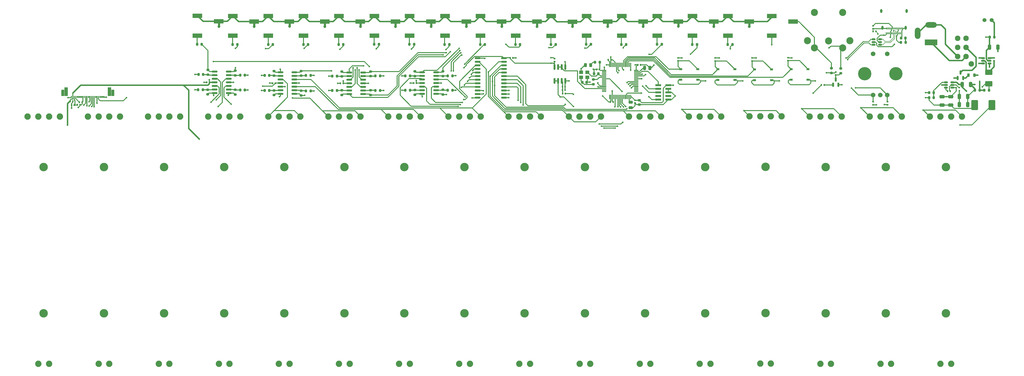
<source format=gbr>
%TF.GenerationSoftware,KiCad,Pcbnew,9.0.0*%
%TF.CreationDate,2025-04-26T10:59:41+02:00*%
%TF.ProjectId,Faderbay,46616465-7262-4617-992e-6b696361645f,rev?*%
%TF.SameCoordinates,Original*%
%TF.FileFunction,Copper,L1,Top*%
%TF.FilePolarity,Positive*%
%FSLAX46Y46*%
G04 Gerber Fmt 4.6, Leading zero omitted, Abs format (unit mm)*
G04 Created by KiCad (PCBNEW 9.0.0) date 2025-04-26 10:59:41*
%MOMM*%
%LPD*%
G01*
G04 APERTURE LIST*
G04 Aperture macros list*
%AMRoundRect*
0 Rectangle with rounded corners*
0 $1 Rounding radius*
0 $2 $3 $4 $5 $6 $7 $8 $9 X,Y pos of 4 corners*
0 Add a 4 corners polygon primitive as box body*
4,1,4,$2,$3,$4,$5,$6,$7,$8,$9,$2,$3,0*
0 Add four circle primitives for the rounded corners*
1,1,$1+$1,$2,$3*
1,1,$1+$1,$4,$5*
1,1,$1+$1,$6,$7*
1,1,$1+$1,$8,$9*
0 Add four rect primitives between the rounded corners*
20,1,$1+$1,$2,$3,$4,$5,0*
20,1,$1+$1,$4,$5,$6,$7,0*
20,1,$1+$1,$6,$7,$8,$9,0*
20,1,$1+$1,$8,$9,$2,$3,0*%
G04 Aperture macros list end*
%TA.AperFunction,SMDPad,CuDef*%
%ADD10RoundRect,0.200000X-0.275000X0.200000X-0.275000X-0.200000X0.275000X-0.200000X0.275000X0.200000X0*%
%TD*%
%TA.AperFunction,SMDPad,CuDef*%
%ADD11RoundRect,0.200000X0.275000X-0.200000X0.275000X0.200000X-0.275000X0.200000X-0.275000X-0.200000X0*%
%TD*%
%TA.AperFunction,SMDPad,CuDef*%
%ADD12RoundRect,0.150000X-0.825000X-0.150000X0.825000X-0.150000X0.825000X0.150000X-0.825000X0.150000X0*%
%TD*%
%TA.AperFunction,SMDPad,CuDef*%
%ADD13RoundRect,0.147500X0.147500X0.172500X-0.147500X0.172500X-0.147500X-0.172500X0.147500X-0.172500X0*%
%TD*%
%TA.AperFunction,ComponentPad*%
%ADD14C,2.250000*%
%TD*%
%TA.AperFunction,ComponentPad*%
%ADD15C,3.000000*%
%TD*%
%TA.AperFunction,SMDPad,CuDef*%
%ADD16R,2.100000X0.750000*%
%TD*%
%TA.AperFunction,SMDPad,CuDef*%
%ADD17RoundRect,0.243750X-0.243750X-0.456250X0.243750X-0.456250X0.243750X0.456250X-0.243750X0.456250X0*%
%TD*%
%TA.AperFunction,SMDPad,CuDef*%
%ADD18R,3.500000X1.500000*%
%TD*%
%TA.AperFunction,SMDPad,CuDef*%
%ADD19RoundRect,0.200000X-0.200000X-0.275000X0.200000X-0.275000X0.200000X0.275000X-0.200000X0.275000X0*%
%TD*%
%TA.AperFunction,SMDPad,CuDef*%
%ADD20RoundRect,0.135000X0.135000X0.185000X-0.135000X0.185000X-0.135000X-0.185000X0.135000X-0.185000X0*%
%TD*%
%TA.AperFunction,SMDPad,CuDef*%
%ADD21RoundRect,0.200000X0.200000X0.275000X-0.200000X0.275000X-0.200000X-0.275000X0.200000X-0.275000X0*%
%TD*%
%TA.AperFunction,SMDPad,CuDef*%
%ADD22RoundRect,0.250000X-0.475000X0.250000X-0.475000X-0.250000X0.475000X-0.250000X0.475000X0.250000X0*%
%TD*%
%TA.AperFunction,SMDPad,CuDef*%
%ADD23RoundRect,0.135000X-0.135000X-0.185000X0.135000X-0.185000X0.135000X0.185000X-0.135000X0.185000X0*%
%TD*%
%TA.AperFunction,SMDPad,CuDef*%
%ADD24RoundRect,0.250000X-0.650000X0.325000X-0.650000X-0.325000X0.650000X-0.325000X0.650000X0.325000X0*%
%TD*%
%TA.AperFunction,SMDPad,CuDef*%
%ADD25RoundRect,0.150000X0.150000X-0.587500X0.150000X0.587500X-0.150000X0.587500X-0.150000X-0.587500X0*%
%TD*%
%TA.AperFunction,SMDPad,CuDef*%
%ADD26RoundRect,0.140000X0.170000X-0.140000X0.170000X0.140000X-0.170000X0.140000X-0.170000X-0.140000X0*%
%TD*%
%TA.AperFunction,SMDPad,CuDef*%
%ADD27RoundRect,0.250000X-0.250000X-0.475000X0.250000X-0.475000X0.250000X0.475000X-0.250000X0.475000X0*%
%TD*%
%TA.AperFunction,SMDPad,CuDef*%
%ADD28RoundRect,0.250000X0.925000X1.500000X-0.925000X1.500000X-0.925000X-1.500000X0.925000X-1.500000X0*%
%TD*%
%TA.AperFunction,SMDPad,CuDef*%
%ADD29R,0.300000X0.700000*%
%TD*%
%TA.AperFunction,ComponentPad*%
%ADD30O,0.800000X1.400000*%
%TD*%
%TA.AperFunction,SMDPad,CuDef*%
%ADD31RoundRect,0.140000X0.140000X0.170000X-0.140000X0.170000X-0.140000X-0.170000X0.140000X-0.170000X0*%
%TD*%
%TA.AperFunction,SMDPad,CuDef*%
%ADD32RoundRect,0.075000X-0.700000X-0.075000X0.700000X-0.075000X0.700000X0.075000X-0.700000X0.075000X0*%
%TD*%
%TA.AperFunction,SMDPad,CuDef*%
%ADD33RoundRect,0.075000X-0.075000X-0.700000X0.075000X-0.700000X0.075000X0.700000X-0.075000X0.700000X0*%
%TD*%
%TA.AperFunction,SMDPad,CuDef*%
%ADD34RoundRect,0.150000X-0.875000X-0.150000X0.875000X-0.150000X0.875000X0.150000X-0.875000X0.150000X0*%
%TD*%
%TA.AperFunction,SMDPad,CuDef*%
%ADD35RoundRect,0.135000X-0.185000X0.135000X-0.185000X-0.135000X0.185000X-0.135000X0.185000X0.135000X0*%
%TD*%
%TA.AperFunction,SMDPad,CuDef*%
%ADD36R,1.000000X0.750000*%
%TD*%
%TA.AperFunction,SMDPad,CuDef*%
%ADD37RoundRect,0.150000X0.512500X0.150000X-0.512500X0.150000X-0.512500X-0.150000X0.512500X-0.150000X0*%
%TD*%
%TA.AperFunction,SMDPad,CuDef*%
%ADD38RoundRect,0.250000X0.325000X0.650000X-0.325000X0.650000X-0.325000X-0.650000X0.325000X-0.650000X0*%
%TD*%
%TA.AperFunction,SMDPad,CuDef*%
%ADD39RoundRect,0.150000X0.150000X-0.825000X0.150000X0.825000X-0.150000X0.825000X-0.150000X-0.825000X0*%
%TD*%
%TA.AperFunction,SMDPad,CuDef*%
%ADD40RoundRect,0.140000X-0.170000X0.140000X-0.170000X-0.140000X0.170000X-0.140000X0.170000X0.140000X0*%
%TD*%
%TA.AperFunction,SMDPad,CuDef*%
%ADD41RoundRect,0.140000X-0.140000X-0.170000X0.140000X-0.170000X0.140000X0.170000X-0.140000X0.170000X0*%
%TD*%
%TA.AperFunction,SMDPad,CuDef*%
%ADD42RoundRect,0.225000X-0.250000X0.225000X-0.250000X-0.225000X0.250000X-0.225000X0.250000X0.225000X0*%
%TD*%
%TA.AperFunction,SMDPad,CuDef*%
%ADD43RoundRect,0.135000X0.185000X-0.135000X0.185000X0.135000X-0.185000X0.135000X-0.185000X-0.135000X0*%
%TD*%
%TA.AperFunction,SMDPad,CuDef*%
%ADD44R,0.300000X0.800000*%
%TD*%
%TA.AperFunction,SMDPad,CuDef*%
%ADD45R,1.100000X2.200000*%
%TD*%
%TA.AperFunction,SMDPad,CuDef*%
%ADD46R,1.300000X3.050000*%
%TD*%
%TA.AperFunction,SMDPad,CuDef*%
%ADD47RoundRect,0.225000X-0.225000X-0.250000X0.225000X-0.250000X0.225000X0.250000X-0.225000X0.250000X0*%
%TD*%
%TA.AperFunction,SMDPad,CuDef*%
%ADD48RoundRect,0.150000X-0.512500X-0.150000X0.512500X-0.150000X0.512500X0.150000X-0.512500X0.150000X0*%
%TD*%
%TA.AperFunction,SMDPad,CuDef*%
%ADD49RoundRect,0.250000X-1.000000X0.700000X-1.000000X-0.700000X1.000000X-0.700000X1.000000X0.700000X0*%
%TD*%
%TA.AperFunction,SMDPad,CuDef*%
%ADD50RoundRect,0.218750X-0.218750X-0.381250X0.218750X-0.381250X0.218750X0.381250X-0.218750X0.381250X0*%
%TD*%
%TA.AperFunction,SMDPad,CuDef*%
%ADD51RoundRect,0.225000X0.225000X0.250000X-0.225000X0.250000X-0.225000X-0.250000X0.225000X-0.250000X0*%
%TD*%
%TA.AperFunction,ComponentPad*%
%ADD52C,1.400000*%
%TD*%
%TA.AperFunction,WasherPad*%
%ADD53C,2.499360*%
%TD*%
%TA.AperFunction,ComponentPad*%
%ADD54C,2.499360*%
%TD*%
%TA.AperFunction,ComponentPad*%
%ADD55R,4.500000X2.000000*%
%TD*%
%TA.AperFunction,ComponentPad*%
%ADD56O,4.000000X2.000000*%
%TD*%
%TA.AperFunction,ComponentPad*%
%ADD57O,2.000000X4.000000*%
%TD*%
%TA.AperFunction,SMDPad,CuDef*%
%ADD58R,1.400000X1.200000*%
%TD*%
%TA.AperFunction,ComponentPad*%
%ADD59C,1.650000*%
%TD*%
%TA.AperFunction,ComponentPad*%
%ADD60C,4.708000*%
%TD*%
%TA.AperFunction,ComponentPad*%
%ADD61C,1.950000*%
%TD*%
%TA.AperFunction,SMDPad,CuDef*%
%ADD62RoundRect,0.218750X-0.218750X-0.256250X0.218750X-0.256250X0.218750X0.256250X-0.218750X0.256250X0*%
%TD*%
%TA.AperFunction,ViaPad*%
%ADD63C,0.600000*%
%TD*%
%TA.AperFunction,ViaPad*%
%ADD64C,1.000000*%
%TD*%
%TA.AperFunction,Conductor*%
%ADD65C,0.300000*%
%TD*%
%TA.AperFunction,Conductor*%
%ADD66C,0.500000*%
%TD*%
%TA.AperFunction,Conductor*%
%ADD67C,0.200000*%
%TD*%
%TA.AperFunction,Conductor*%
%ADD68C,0.286004*%
%TD*%
%TA.AperFunction,Conductor*%
%ADD69C,0.750000*%
%TD*%
G04 APERTURE END LIST*
D10*
%TO.P,R63,2*%
%TO.N,+5V*%
X118872000Y41671500D03*
%TO.P,R63,1*%
%TO.N,MIDI_TRS_R*%
X118872000Y43321500D03*
%TD*%
D11*
%TO.P,R66,1*%
%TO.N,MIDI_OUT*%
X122224800Y41593000D03*
%TO.P,R66,2*%
%TO.N,MIDI_TRS_T*%
X122224800Y43243000D03*
%TD*%
D12*
%TO.P,U10,1*%
%TO.N,Net-(R51-Pad2)*%
X-25792200Y41910000D03*
%TO.P,U10,2,-*%
%TO.N,Net-(U10A--)*%
X-25792200Y40640000D03*
%TO.P,U10,3,+*%
%TO.N,P12*%
X-25792200Y39370000D03*
%TO.P,U10,4,V+*%
%TO.N,+12V*%
X-25792200Y38100000D03*
%TO.P,U10,5,+*%
%TO.N,P13*%
X-25792200Y36830000D03*
%TO.P,U10,6,-*%
%TO.N,Net-(U10B--)*%
X-25792200Y35560000D03*
%TO.P,U10,7*%
%TO.N,Net-(R52-Pad2)*%
X-25792200Y34290000D03*
%TO.P,U10,8*%
%TO.N,Net-(R53-Pad2)*%
X-20842200Y34290000D03*
%TO.P,U10,9,-*%
%TO.N,Net-(U10C--)*%
X-20842200Y35560000D03*
%TO.P,U10,10,+*%
%TO.N,P14*%
X-20842200Y36830000D03*
%TO.P,U10,11,V-*%
%TO.N,GND*%
X-20842200Y38100000D03*
%TO.P,U10,12,+*%
%TO.N,P15*%
X-20842200Y39370000D03*
%TO.P,U10,13,-*%
%TO.N,Net-(U10D--)*%
X-20842200Y40640000D03*
%TO.P,U10,14*%
%TO.N,Net-(R54-Pad2)*%
X-20842200Y41910000D03*
%TD*%
D13*
%TO.P,L3,1*%
%TO.N,+3.3V*%
X24818200Y34391600D03*
%TO.P,L3,2*%
%TO.N,Net-(U8A-+)*%
X23848200Y34391600D03*
%TD*%
D14*
%TO.P,RV6,1,1*%
%TO.N,VDDA*%
X-55150000Y26250000D03*
X-51350000Y26250000D03*
%TO.P,RV6,2,2*%
%TO.N,P5*%
X-58950000Y26250000D03*
X-47550000Y26250000D03*
%TO.P,RV6,3,3*%
%TO.N,GND*%
X-55150000Y-61250000D03*
X-51350000Y-61250000D03*
D15*
%TO.P,RV6,MH1*%
%TO.N,N/C*%
X-53250000Y8350000D03*
%TO.P,RV6,MH2*%
X-53250000Y-43350000D03*
%TD*%
D16*
%TO.P,J3,1,Pin_1*%
%TO.N,+3.3V*%
X61236000Y37338000D03*
%TO.P,J3,2,Pin_2*%
%TO.N,SWDIO*%
X57636000Y37338000D03*
%TO.P,J3,3,Pin_3*%
%TO.N,GND*%
X61236000Y36068000D03*
%TO.P,J3,4,Pin_4*%
%TO.N,SWCLK*%
X57636000Y36068000D03*
%TO.P,J3,5,Pin_5*%
%TO.N,GND*%
X61236000Y34798000D03*
%TO.P,J3,6,Pin_6*%
%TO.N,SWO*%
X57636000Y34798000D03*
%TO.P,J3,7,Pin_7*%
%TO.N,unconnected-(J3-Pin_7-Pad7)*%
X61236000Y33528000D03*
%TO.P,J3,8,Pin_8*%
%TO.N,unconnected-(J3-Pin_8-Pad8)*%
X57636000Y33528000D03*
%TO.P,J3,9,Pin_9*%
%TO.N,GND*%
X61236000Y32258000D03*
%TO.P,J3,10,Pin_10*%
%TO.N,NRST*%
X57636000Y32258000D03*
%TD*%
D17*
%TO.P,D2,1,K*%
%TO.N,GND*%
X31915500Y44478000D03*
%TO.P,D2,2,A*%
%TO.N,Net-(D2-A)*%
X33790500Y44478000D03*
%TD*%
D18*
%TO.P,J13,1*%
%TO.N,GND*%
X-17682000Y61828000D03*
%TO.P,J13,2*%
X-10182000Y59828000D03*
%TO.P,J13,3*%
%TO.N,J7*%
X-17682000Y54828000D03*
%TD*%
D19*
%TO.P,R7,1*%
%TO.N,Net-(U2-FB)*%
X172911000Y35560000D03*
%TO.P,R7,2*%
%TO.N,+5V*%
X174561000Y35560000D03*
%TD*%
D20*
%TO.P,R64,1*%
%TO.N,Net-(Q2-B)*%
X116334000Y37416500D03*
%TO.P,R64,2*%
%TO.N,UART_TX*%
X115314000Y37416500D03*
%TD*%
D14*
%TO.P,RV4,1,1*%
%TO.N,VDDA*%
X-97650000Y26250000D03*
X-93850000Y26250000D03*
%TO.P,RV4,2,2*%
%TO.N,P3*%
X-101450000Y26250000D03*
X-90050000Y26250000D03*
%TO.P,RV4,3,3*%
%TO.N,GND*%
X-97650000Y-61250000D03*
X-93850000Y-61250000D03*
D15*
%TO.P,RV4,MH1*%
%TO.N,N/C*%
X-95750000Y8350000D03*
%TO.P,RV4,MH2*%
X-95750000Y-43350000D03*
%TD*%
D18*
%TO.P,J20,1*%
%TO.N,GND*%
X57318000Y61828000D03*
%TO.P,J20,2*%
X64818000Y59828000D03*
%TO.P,J20,3*%
%TO.N,J13*%
X57318000Y54828000D03*
%TD*%
D21*
%TO.P,R13,1*%
%TO.N,Net-(U7A--)*%
X-79820000Y40767000D03*
%TO.P,R13,2*%
%TO.N,GND*%
X-81470000Y40767000D03*
%TD*%
D22*
%TO.P,C8,1*%
%TO.N,Net-(U4-VCAP_1)*%
X47904400Y31292800D03*
%TO.P,C8,2*%
%TO.N,GND*%
X47904400Y29392800D03*
%TD*%
D23*
%TO.P,R3,1*%
%TO.N,GND*%
X133602000Y56406000D03*
%TO.P,R3,2*%
%TO.N,Net-(J2-CC1)*%
X134622000Y56406000D03*
%TD*%
D24*
%TO.P,C16,1*%
%TO.N,GND*%
X161036000Y33225000D03*
%TO.P,C16,2*%
%TO.N,+3.3V*%
X161036000Y30275000D03*
%TD*%
D25*
%TO.P,Q1,1,G*%
%TO.N,GND*%
X163540400Y39905700D03*
%TO.P,Q1,2,S*%
%TO.N,Net-(Q1-S)*%
X165440400Y39905700D03*
%TO.P,Q1,3,D*%
%TO.N,12V_In*%
X164490400Y41780700D03*
%TD*%
D26*
%TO.P,C13,1*%
%TO.N,Net-(U2-SW)*%
X176408500Y46002000D03*
%TO.P,C13,2*%
%TO.N,Net-(U2-CB)*%
X176408500Y46962000D03*
%TD*%
D21*
%TO.P,R25,1*%
%TO.N,Net-(R19-Pad2)*%
X-53658000Y51689000D03*
%TO.P,R25,2*%
%TO.N,J4*%
X-55308000Y51689000D03*
%TD*%
D27*
%TO.P,C12,1*%
%TO.N,Net-(U4-VCAP_2)*%
X52818300Y43411200D03*
%TO.P,C12,2*%
%TO.N,GND*%
X54718300Y43411200D03*
%TD*%
D14*
%TO.P,RV3,1,1*%
%TO.N,VDDA*%
X-118900000Y26250000D03*
X-115100000Y26250000D03*
%TO.P,RV3,2,2*%
%TO.N,P2*%
X-122700000Y26250000D03*
X-111300000Y26250000D03*
%TO.P,RV3,3,3*%
%TO.N,GND*%
X-118900000Y-61250000D03*
X-115100000Y-61250000D03*
D15*
%TO.P,RV3,MH1*%
%TO.N,N/C*%
X-117000000Y8350000D03*
%TO.P,RV3,MH2*%
X-117000000Y-43350000D03*
%TD*%
D14*
%TO.P,RV13,1,1*%
%TO.N,VDDA*%
X93700000Y26350000D03*
X97500000Y26350000D03*
%TO.P,RV13,2,2*%
%TO.N,P12*%
X89900000Y26350000D03*
X101300000Y26350000D03*
%TO.P,RV13,3,3*%
%TO.N,GND*%
X93700000Y-61150000D03*
X97500000Y-61150000D03*
D15*
%TO.P,RV13,MH1*%
%TO.N,N/C*%
X95600000Y8450000D03*
%TO.P,RV13,MH2*%
X95600000Y-43250000D03*
%TD*%
D28*
%TO.P,L2,1*%
%TO.N,Net-(U3-SW)*%
X175592600Y30276800D03*
%TO.P,L2,2*%
%TO.N,+3.3V*%
X169542600Y30276800D03*
%TD*%
D19*
%TO.P,R11,1*%
%TO.N,Net-(U6C--)*%
X-90106000Y35623000D03*
%TO.P,R11,2*%
%TO.N,GND*%
X-88456000Y35623000D03*
%TD*%
D29*
%TO.P,J2,A1,GND*%
%TO.N,GND*%
X143760000Y55704000D03*
%TO.P,J2,A2*%
%TO.N,N/C*%
X143260000Y55704000D03*
%TO.P,J2,A3*%
X142760000Y55704000D03*
%TO.P,J2,A4,VBUS*%
%TO.N,USB_VBUS*%
X142260000Y55704000D03*
%TO.P,J2,A5,CC1*%
%TO.N,Net-(J2-CC1)*%
X141760000Y55704000D03*
%TO.P,J2,A6,D+*%
%TO.N,USB_CONN_D+*%
X141260000Y55704000D03*
%TO.P,J2,A7,D-*%
%TO.N,USB_CONN_D-*%
X140760000Y55704000D03*
%TO.P,J2,A8*%
%TO.N,N/C*%
X140260000Y55704000D03*
%TO.P,J2,A9,VBUS*%
%TO.N,USB_VBUS*%
X139760000Y55704000D03*
%TO.P,J2,A10*%
%TO.N,N/C*%
X139260000Y55704000D03*
%TO.P,J2,A11*%
X138760000Y55704000D03*
%TO.P,J2,A12,GND*%
%TO.N,GND*%
X138260000Y55704000D03*
%TO.P,J2,B1,GND*%
X138510000Y57404000D03*
%TO.P,J2,B2*%
%TO.N,N/C*%
X139010000Y57404000D03*
%TO.P,J2,B3*%
X139510000Y57404000D03*
%TO.P,J2,B4,VBUS*%
%TO.N,USB_VBUS*%
X140010000Y57404000D03*
%TO.P,J2,B5,CC2*%
%TO.N,Net-(J2-CC2)*%
X140510000Y57404000D03*
%TO.P,J2,B6,D+*%
%TO.N,USB_CONN_D+*%
X141010000Y57404000D03*
%TO.P,J2,B7,D-*%
%TO.N,USB_CONN_D-*%
X141510000Y57404000D03*
%TO.P,J2,B8*%
%TO.N,N/C*%
X142010000Y57404000D03*
%TO.P,J2,B9,VBUS*%
%TO.N,USB_VBUS*%
X142510000Y57404000D03*
%TO.P,J2,B10*%
%TO.N,N/C*%
X143010000Y57404000D03*
%TO.P,J2,B11*%
X143510000Y57404000D03*
%TO.P,J2,B12,GND*%
%TO.N,GND*%
X144010000Y57404000D03*
D30*
%TO.P,J2,S1,SHIELD*%
X145500000Y63564000D03*
X145140000Y57614000D03*
X136880000Y57614000D03*
X136520000Y63564000D03*
%TD*%
D31*
%TO.P,C6,1*%
%TO.N,+3.3V*%
X36852800Y42954000D03*
%TO.P,C6,2*%
%TO.N,GND*%
X35892800Y42954000D03*
%TD*%
%TO.P,C19,1*%
%TO.N,GND*%
X6271200Y47019000D03*
%TO.P,C19,2*%
%TO.N,+3.3V*%
X5311200Y47019000D03*
%TD*%
D32*
%TO.P,U4,1,VBAT*%
%TO.N,+3.3V*%
X38521000Y42612000D03*
%TO.P,U4,2,PC13*%
%TO.N,unconnected-(U4-PC13-Pad2)*%
X38521000Y42112000D03*
%TO.P,U4,3,PC14*%
%TO.N,unconnected-(U4-PC14-Pad3)*%
X38521000Y41612000D03*
%TO.P,U4,4,PC15*%
%TO.N,unconnected-(U4-PC15-Pad4)*%
X38521000Y41112000D03*
%TO.P,U4,5,PH0*%
%TO.N,HSE_IN*%
X38521000Y40612000D03*
%TO.P,U4,6,PH1*%
%TO.N,HSE_OUT*%
X38521000Y40112000D03*
%TO.P,U4,7,NRST*%
%TO.N,NRST*%
X38521000Y39612000D03*
%TO.P,U4,8,PC0*%
%TO.N,unconnected-(U4-PC0-Pad8)*%
X38521000Y39112000D03*
%TO.P,U4,9,PC1*%
%TO.N,unconnected-(U4-PC1-Pad9)*%
X38521000Y38612000D03*
%TO.P,U4,10,PC2*%
%TO.N,unconnected-(U4-PC2-Pad10)*%
X38521000Y38112000D03*
%TO.P,U4,11,PC3*%
%TO.N,unconnected-(U4-PC3-Pad11)*%
X38521000Y37612000D03*
%TO.P,U4,12,VSSA*%
%TO.N,GND*%
X38521000Y37112000D03*
%TO.P,U4,13,VDDA*%
%TO.N,VDDA*%
X38521000Y36612000D03*
%TO.P,U4,14,PA0*%
%TO.N,ADC_IN*%
X38521000Y36112000D03*
%TO.P,U4,15,PA1*%
%TO.N,unconnected-(U4-PA1-Pad15)*%
X38521000Y35612000D03*
%TO.P,U4,16,PA2*%
%TO.N,unconnected-(U4-PA2-Pad16)*%
X38521000Y35112000D03*
D33*
%TO.P,U4,17,PA3*%
%TO.N,unconnected-(U4-PA3-Pad17)*%
X40446000Y33187000D03*
%TO.P,U4,18,VSS*%
%TO.N,GND*%
X40946000Y33187000D03*
%TO.P,U4,19,VDD*%
%TO.N,+3.3V*%
X41446000Y33187000D03*
%TO.P,U4,20,PA4*%
%TO.N,unconnected-(U4-PA4-Pad20)*%
X41946000Y33187000D03*
%TO.P,U4,21,PA5*%
%TO.N,SPI_SCK*%
X42446000Y33187000D03*
%TO.P,U4,22,PA6*%
%TO.N,unconnected-(U4-PA6-Pad22)*%
X42946000Y33187000D03*
%TO.P,U4,23,PA7*%
%TO.N,SPI_MOSI*%
X43446000Y33187000D03*
%TO.P,U4,24,PC4*%
%TO.N,OLED_RESx*%
X43946000Y33187000D03*
%TO.P,U4,25,PC5*%
%TO.N,OLED_DC*%
X44446000Y33187000D03*
%TO.P,U4,26,PB0*%
%TO.N,OLED_CSx*%
X44946000Y33187000D03*
%TO.P,U4,27,PB1*%
%TO.N,unconnected-(U4-PB1-Pad27)*%
X45446000Y33187000D03*
%TO.P,U4,28,PB2*%
%TO.N,unconnected-(U4-PB2-Pad28)*%
X45946000Y33187000D03*
%TO.P,U4,29,PB10*%
%TO.N,UART_TX*%
X46446000Y33187000D03*
%TO.P,U4,30,PB11*%
%TO.N,unconnected-(U4-PB11-Pad30)*%
X46946000Y33187000D03*
%TO.P,U4,31,VCAP_1*%
%TO.N,Net-(U4-VCAP_1)*%
X47446000Y33187000D03*
%TO.P,U4,32,VDD*%
%TO.N,+3.3V*%
X47946000Y33187000D03*
D32*
%TO.P,U4,33,PB12*%
%TO.N,unconnected-(U4-PB12-Pad33)*%
X49871000Y35112000D03*
%TO.P,U4,34,PB13*%
%TO.N,unconnected-(U4-PB13-Pad34)*%
X49871000Y35612000D03*
%TO.P,U4,35,PB14*%
%TO.N,unconnected-(U4-PB14-Pad35)*%
X49871000Y36112000D03*
%TO.P,U4,36,PB15*%
%TO.N,unconnected-(U4-PB15-Pad36)*%
X49871000Y36612000D03*
%TO.P,U4,37,PC6*%
%TO.N,MUX_S3*%
X49871000Y37112000D03*
%TO.P,U4,38,PC7*%
%TO.N,MUX_S2*%
X49871000Y37612000D03*
%TO.P,U4,39,PC8*%
%TO.N,MUX_S1*%
X49871000Y38112000D03*
%TO.P,U4,40,PC9*%
%TO.N,MUX_S0*%
X49871000Y38612000D03*
%TO.P,U4,41,PA8*%
%TO.N,unconnected-(U4-PA8-Pad41)*%
X49871000Y39112000D03*
%TO.P,U4,42,PA9*%
%TO.N,USB_VBUS*%
X49871000Y39612000D03*
%TO.P,U4,43,PA10*%
%TO.N,unconnected-(U4-PA10-Pad43)*%
X49871000Y40112000D03*
%TO.P,U4,44,PA11*%
%TO.N,USB_D-*%
X49871000Y40612000D03*
%TO.P,U4,45,PA12*%
%TO.N,USB_D+*%
X49871000Y41112000D03*
%TO.P,U4,46,PA13*%
%TO.N,SWDIO*%
X49871000Y41612000D03*
%TO.P,U4,47,VCAP_2*%
%TO.N,Net-(U4-VCAP_2)*%
X49871000Y42112000D03*
%TO.P,U4,48,VDD*%
%TO.N,+3.3V*%
X49871000Y42612000D03*
D33*
%TO.P,U4,49,PA14*%
%TO.N,SWCLK*%
X47946000Y44537000D03*
%TO.P,U4,50,PA15*%
%TO.N,unconnected-(U4-PA15-Pad50)*%
X47446000Y44537000D03*
%TO.P,U4,51,PC10*%
%TO.N,BT3*%
X46946000Y44537000D03*
%TO.P,U4,52,PC11*%
%TO.N,BT2*%
X46446000Y44537000D03*
%TO.P,U4,53,PC12*%
%TO.N,BT1*%
X45946000Y44537000D03*
%TO.P,U4,54,PD2*%
%TO.N,BT0*%
X45446000Y44537000D03*
%TO.P,U4,55,PB3*%
%TO.N,SWO*%
X44946000Y44537000D03*
%TO.P,U4,56,PB4*%
%TO.N,unconnected-(U4-PB4-Pad56)*%
X44446000Y44537000D03*
%TO.P,U4,57,PB5*%
%TO.N,unconnected-(U4-PB5-Pad57)*%
X43946000Y44537000D03*
%TO.P,U4,58,PB6*%
%TO.N,ENC_CH1*%
X43446000Y44537000D03*
%TO.P,U4,59,PB7*%
%TO.N,ENC_CH2*%
X42946000Y44537000D03*
%TO.P,U4,60,BOOT0*%
%TO.N,GND*%
X42446000Y44537000D03*
%TO.P,U4,61,PB8*%
%TO.N,unconnected-(U4-PB8-Pad61)*%
X41946000Y44537000D03*
%TO.P,U4,62,PB9*%
%TO.N,unconnected-(U4-PB9-Pad62)*%
X41446000Y44537000D03*
%TO.P,U4,63,VSS*%
%TO.N,GND*%
X40946000Y44537000D03*
%TO.P,U4,64,VDD*%
%TO.N,+3.3V*%
X40446000Y44537000D03*
%TD*%
D34*
%TO.P,U5,1,COM*%
%TO.N,ADC_BUFF*%
X-6174000Y46863000D03*
%TO.P,U5,2,I7*%
%TO.N,P7*%
X-6174000Y45593000D03*
%TO.P,U5,3,I6*%
%TO.N,P6*%
X-6174000Y44323000D03*
%TO.P,U5,4,I5*%
%TO.N,P5*%
X-6174000Y43053000D03*
%TO.P,U5,5,I4*%
%TO.N,P4*%
X-6174000Y41783000D03*
%TO.P,U5,6,I3*%
%TO.N,P3*%
X-6174000Y40513000D03*
%TO.P,U5,7,I2*%
%TO.N,P2*%
X-6174000Y39243000D03*
%TO.P,U5,8,I1*%
%TO.N,P1*%
X-6174000Y37973000D03*
%TO.P,U5,9,I0*%
%TO.N,P0*%
X-6174000Y36703000D03*
%TO.P,U5,10,S0*%
%TO.N,MUX_S0*%
X-6174000Y35433000D03*
%TO.P,U5,11,S1*%
%TO.N,MUX_S1*%
X-6174000Y34163000D03*
%TO.P,U5,12,GND*%
%TO.N,GND*%
X-6174000Y32893000D03*
%TO.P,U5,13,S3*%
%TO.N,MUX_S3*%
X3126000Y32893000D03*
%TO.P,U5,14,S2*%
%TO.N,MUX_S2*%
X3126000Y34163000D03*
%TO.P,U5,15,~{E}*%
%TO.N,GND*%
X3126000Y35433000D03*
%TO.P,U5,16,I15*%
%TO.N,P15*%
X3126000Y36703000D03*
%TO.P,U5,17,I14*%
%TO.N,P14*%
X3126000Y37973000D03*
%TO.P,U5,18,I13*%
%TO.N,P13*%
X3126000Y39243000D03*
%TO.P,U5,19,I12*%
%TO.N,P12*%
X3126000Y40513000D03*
%TO.P,U5,20,I11*%
%TO.N,P11*%
X3126000Y41783000D03*
%TO.P,U5,21,I10*%
%TO.N,P10*%
X3126000Y43053000D03*
%TO.P,U5,22,I9*%
%TO.N,P9*%
X3126000Y44323000D03*
%TO.P,U5,23,I8*%
%TO.N,P8*%
X3126000Y45593000D03*
%TO.P,U5,24,VCC*%
%TO.N,+3.3V*%
X3126000Y46863000D03*
%TD*%
D35*
%TO.P,R67,1*%
%TO.N,GND*%
X77838200Y46941200D03*
%TO.P,R67,2*%
%TO.N,BT1*%
X77838200Y45921200D03*
%TD*%
D36*
%TO.P,SW2,1,1*%
%TO.N,+3.3V*%
X97678600Y39146000D03*
X91678600Y39146000D03*
%TO.P,SW2,2,2*%
%TO.N,BT2*%
X97678600Y42896000D03*
X91678600Y42896000D03*
%TD*%
D21*
%TO.P,R46,1*%
%TO.N,Net-(R40-Pad2)*%
X21399000Y51689000D03*
%TO.P,R46,2*%
%TO.N,J10*%
X19749000Y51689000D03*
%TD*%
D14*
%TO.P,RV10,1,1*%
%TO.N,VDDA*%
X29850000Y26250000D03*
X33650000Y26250000D03*
%TO.P,RV10,2,2*%
%TO.N,P9*%
X26050000Y26250000D03*
X37450000Y26250000D03*
%TO.P,RV10,3,3*%
%TO.N,GND*%
X29900000Y-61250000D03*
X33650000Y-61250000D03*
D15*
%TO.P,RV10,MH1*%
%TO.N,N/C*%
X31750000Y8350000D03*
%TO.P,RV10,MH2*%
X31750000Y-43350000D03*
%TD*%
D37*
%TO.P,U3,1,GND*%
%TO.N,GND*%
X161665500Y36460000D03*
%TO.P,U3,2,SW*%
%TO.N,Net-(U3-SW)*%
X161665500Y37410000D03*
%TO.P,U3,3,VIN*%
%TO.N,+12V*%
X161665500Y38360000D03*
%TO.P,U3,4,FB*%
%TO.N,Net-(U3-FB)*%
X159390500Y38360000D03*
%TO.P,U3,5,EN*%
%TO.N,+12V*%
X159390500Y37410000D03*
%TO.P,U3,6,CB*%
%TO.N,Net-(U3-CB)*%
X159390500Y36460000D03*
%TD*%
D38*
%TO.P,C10,1*%
%TO.N,GND*%
X177751000Y50800000D03*
%TO.P,C10,2*%
%TO.N,+12V*%
X174801000Y50800000D03*
%TD*%
D18*
%TO.P,J16,1*%
%TO.N,GND*%
X7318000Y61828000D03*
%TO.P,J16,2*%
X14818000Y59828000D03*
%TO.P,J16,3*%
%TO.N,J9*%
X7318000Y54828000D03*
%TD*%
D39*
%TO.P,U8,1*%
%TO.N,VDDA*%
X21005800Y38825400D03*
%TO.P,U8,2,-*%
X22275800Y38825400D03*
%TO.P,U8,3,+*%
%TO.N,Net-(U8A-+)*%
X23545800Y38825400D03*
%TO.P,U8,4,V-*%
%TO.N,GND*%
X24815800Y38825400D03*
%TO.P,U8,5,+*%
%TO.N,ADC_BUFF*%
X24815800Y43775400D03*
%TO.P,U8,6,-*%
%TO.N,ADC_IN*%
X23545800Y43775400D03*
%TO.P,U8,7*%
X22275800Y43775400D03*
%TO.P,U8,8,V+*%
%TO.N,+3.3V*%
X21005800Y43775400D03*
%TD*%
D31*
%TO.P,C14,1*%
%TO.N,Net-(U3-SW)*%
X160881000Y35179000D03*
%TO.P,C14,2*%
%TO.N,Net-(U3-CB)*%
X159921000Y35179000D03*
%TD*%
D10*
%TO.P,R17,1*%
%TO.N,Net-(U6C--)*%
X-91821000Y35686000D03*
%TO.P,R17,2*%
%TO.N,Net-(R17-Pad2)*%
X-91821000Y34036000D03*
%TD*%
D19*
%TO.P,R31,1*%
%TO.N,Net-(U7D--)*%
X-66865000Y40767000D03*
%TO.P,R31,2*%
%TO.N,GND*%
X-65215000Y40767000D03*
%TD*%
D14*
%TO.P,RV9,1,1*%
%TO.N,VDDA*%
X8550000Y26250000D03*
X12350000Y26250000D03*
%TO.P,RV9,2,2*%
%TO.N,P8*%
X4750000Y26250000D03*
X16150000Y26250000D03*
%TO.P,RV9,3,3*%
%TO.N,GND*%
X8550000Y-61250000D03*
X12350000Y-61250000D03*
D15*
%TO.P,RV9,MH1*%
%TO.N,N/C*%
X10450000Y8350000D03*
%TO.P,RV9,MH2*%
X10450000Y-43350000D03*
%TD*%
D10*
%TO.P,R52,1*%
%TO.N,Net-(U10B--)*%
X-28332200Y35623000D03*
%TO.P,R52,2*%
%TO.N,Net-(R52-Pad2)*%
X-28332200Y33973000D03*
%TD*%
D21*
%TO.P,R27,1*%
%TO.N,Net-(R21-Pad2)*%
X-103696000Y51816000D03*
%TO.P,R27,2*%
%TO.N,J0*%
X-105346000Y51816000D03*
%TD*%
D35*
%TO.P,R61,1*%
%TO.N,GND*%
X90830400Y46941200D03*
%TO.P,R61,2*%
%TO.N,BT2*%
X90830400Y45921200D03*
%TD*%
D40*
%TO.P,C9,1*%
%TO.N,+3.3V*%
X49428400Y32004000D03*
%TO.P,C9,2*%
%TO.N,GND*%
X49428400Y31044000D03*
%TD*%
D35*
%TO.P,R65,1*%
%TO.N,+5V*%
X120396000Y41990500D03*
%TO.P,R65,2*%
%TO.N,MIDI_OUT*%
X120396000Y40970500D03*
%TD*%
D31*
%TO.P,C24,1*%
%TO.N,+12V*%
X-100993000Y38354000D03*
%TO.P,C24,2*%
%TO.N,GND*%
X-101953000Y38354000D03*
%TD*%
D18*
%TO.P,J10,1*%
%TO.N,GND*%
X-55182000Y61828000D03*
%TO.P,J10,2*%
X-47682000Y59828000D03*
%TO.P,J10,3*%
%TO.N,J4*%
X-55182000Y54828000D03*
%TD*%
D11*
%TO.P,R38,1*%
%TO.N,Net-(U9A--)*%
X-54178200Y40475400D03*
%TO.P,R38,2*%
%TO.N,Net-(R38-Pad2)*%
X-54178200Y42125400D03*
%TD*%
D41*
%TO.P,C22,1*%
%TO.N,Net-(U8A-+)*%
X23802400Y35610800D03*
%TO.P,C22,2*%
%TO.N,GND*%
X24762400Y35610800D03*
%TD*%
D42*
%TO.P,C2,1*%
%TO.N,+3.3V*%
X50952400Y32032000D03*
%TO.P,C2,2*%
%TO.N,GND*%
X50952400Y30482000D03*
%TD*%
D41*
%TO.P,C5,1*%
%TO.N,+3.3V*%
X39993000Y46306800D03*
%TO.P,C5,2*%
%TO.N,GND*%
X40953000Y46306800D03*
%TD*%
D43*
%TO.P,R59,1*%
%TO.N,+3.3V*%
X133604000Y30427200D03*
%TO.P,R59,2*%
%TO.N,ENC_CH1*%
X133604000Y31447200D03*
%TD*%
D36*
%TO.P,SW4,1,1*%
%TO.N,+3.3V*%
X84737200Y39222200D03*
X78737200Y39222200D03*
%TO.P,SW4,2,2*%
%TO.N,BT1*%
X84737200Y42972200D03*
X78737200Y42972200D03*
%TD*%
D21*
%TO.P,R23,1*%
%TO.N,Net-(R17-Pad2)*%
X-78550000Y51689000D03*
%TO.P,R23,2*%
%TO.N,J2*%
X-80200000Y51689000D03*
%TD*%
D41*
%TO.P,C27,1*%
%TO.N,Net-(C27-Pad1)*%
X-147673000Y30353000D03*
%TO.P,C27,2*%
%TO.N,GND*%
X-146713000Y30353000D03*
%TD*%
D18*
%TO.P,J11,1*%
%TO.N,GND*%
X-42682000Y61828000D03*
%TO.P,J11,2*%
X-35182000Y59828000D03*
%TO.P,J11,3*%
%TO.N,J5*%
X-42682000Y54828000D03*
%TD*%
D21*
%TO.P,R57,1*%
%TO.N,Net-(R53-Pad2)*%
X71374000Y51689000D03*
%TO.P,R57,2*%
%TO.N,J14*%
X69724000Y51689000D03*
%TD*%
D24*
%TO.P,C18,1*%
%TO.N,GND*%
X157988000Y33225000D03*
%TO.P,C18,2*%
%TO.N,+3.3V*%
X157988000Y30275000D03*
%TD*%
D31*
%TO.P,C29,1*%
%TO.N,Net-(C27-Pad1)*%
X-148719600Y30327600D03*
%TO.P,C29,2*%
%TO.N,GND*%
X-149679600Y30327600D03*
%TD*%
D19*
%TO.P,R8,1*%
%TO.N,GND*%
X169609000Y35560000D03*
%TO.P,R8,2*%
%TO.N,Net-(U2-FB)*%
X171259000Y35560000D03*
%TD*%
D14*
%TO.P,RV2,1,1*%
%TO.N,VDDA*%
X-140150000Y26250000D03*
X-136350000Y26250000D03*
%TO.P,RV2,2,2*%
%TO.N,P1*%
X-143950000Y26250000D03*
X-132550000Y26250000D03*
%TO.P,RV2,3,3*%
%TO.N,GND*%
X-140150000Y-61250000D03*
X-136350000Y-61250000D03*
D15*
%TO.P,RV2,MH1*%
%TO.N,N/C*%
X-138250000Y8350000D03*
%TO.P,RV2,MH2*%
X-138250000Y-43350000D03*
%TD*%
D14*
%TO.P,RV7,1,1*%
%TO.N,VDDA*%
X-33950000Y26250000D03*
X-30150000Y26250000D03*
%TO.P,RV7,2,2*%
%TO.N,P6*%
X-37750000Y26250000D03*
X-26350000Y26250000D03*
%TO.P,RV7,3,3*%
%TO.N,GND*%
X-33950000Y-61250000D03*
X-30150000Y-61250000D03*
D15*
%TO.P,RV7,MH1*%
%TO.N,N/C*%
X-32050000Y8350000D03*
%TO.P,RV7,MH2*%
X-32050000Y-43350000D03*
%TD*%
D44*
%TO.P,J4,1,1*%
%TO.N,GND*%
X-138224000Y33147000D03*
%TO.P,J4,2,2*%
X-138724000Y33147000D03*
%TO.P,J4,3,3*%
X-139224000Y33147000D03*
%TO.P,J4,4,4*%
%TO.N,unconnected-(J4-Pad4)*%
X-139724000Y33147000D03*
%TO.P,J4,5,5*%
%TO.N,+3.3V*%
X-140224000Y33147000D03*
%TO.P,J4,6,6*%
%TO.N,GND*%
X-140724000Y33147000D03*
%TO.P,J4,7,7*%
X-141224000Y33147000D03*
%TO.P,J4,8,8*%
%TO.N,OLED_CSx*%
X-141724000Y33147000D03*
%TO.P,J4,9,9*%
%TO.N,OLED_RESx*%
X-142224000Y33147000D03*
%TO.P,J4,10,10*%
%TO.N,OLED_DC*%
X-142724000Y33147000D03*
%TO.P,J4,11,11*%
%TO.N,GND*%
X-143224000Y33147000D03*
%TO.P,J4,12,12*%
X-143724000Y33147000D03*
%TO.P,J4,13,13*%
%TO.N,SPI_SCK*%
X-144224000Y33147000D03*
%TO.P,J4,14,14*%
%TO.N,SPI_MOSI*%
X-144724000Y33147000D03*
%TO.P,J4,15,15*%
%TO.N,unconnected-(J4-Pad15)*%
X-145224000Y33147000D03*
%TO.P,J4,16,16*%
%TO.N,GND*%
X-145724000Y33147000D03*
%TO.P,J4,17,17*%
X-146224000Y33147000D03*
%TO.P,J4,18,18*%
X-146724000Y33147000D03*
%TO.P,J4,19,19*%
X-147224000Y33147000D03*
%TO.P,J4,20,20*%
X-147724000Y33147000D03*
%TO.P,J4,21,21*%
%TO.N,Net-(J4-Pad21)*%
X-148224000Y33147000D03*
%TO.P,J4,22,22*%
%TO.N,Net-(C27-Pad1)*%
X-148724000Y33147000D03*
%TO.P,J4,23,23*%
%TO.N,+12V*%
X-149224000Y33147000D03*
%TO.P,J4,24,24*%
%TO.N,GND*%
X-149724000Y33147000D03*
D45*
%TO.P,J4,AMP1,AMP1*%
%TO.N,unconnected-(J4-PadAMP1)*%
X-135124000Y34647000D03*
%TO.P,J4,AMP2,AMP2*%
%TO.N,unconnected-(J4-PadAMP2)*%
X-152824000Y34647000D03*
D46*
%TO.P,J4,MP1,MP1*%
%TO.N,unconnected-(J4-PadMP1)*%
X-136324000Y35072000D03*
%TO.P,J4,MP2,MP2*%
%TO.N,unconnected-(J4-PadMP2)*%
X-151624000Y35072000D03*
%TD*%
D11*
%TO.P,R35,1*%
%TO.N,Net-(U9D--)*%
X-44018200Y40539400D03*
%TO.P,R35,2*%
%TO.N,Net-(R35-Pad2)*%
X-44018200Y42189400D03*
%TD*%
D41*
%TO.P,C3,1*%
%TO.N,+3.3V*%
X50436800Y44551600D03*
%TO.P,C3,2*%
%TO.N,GND*%
X51396800Y44551600D03*
%TD*%
D21*
%TO.P,R14,1*%
%TO.N,Net-(U7B--)*%
X-79820000Y35433000D03*
%TO.P,R14,2*%
%TO.N,GND*%
X-81470000Y35433000D03*
%TD*%
D18*
%TO.P,J6,1*%
%TO.N,GND*%
X-92682000Y61828000D03*
%TO.P,J6,2*%
X-85182000Y59828000D03*
%TO.P,J6,3*%
%TO.N,J1*%
X-92682000Y54828000D03*
%TD*%
D31*
%TO.P,C23,1*%
%TO.N,+12V*%
X-77689000Y38040000D03*
%TO.P,C23,2*%
%TO.N,GND*%
X-78649000Y38040000D03*
%TD*%
D43*
%TO.P,R2,1*%
%TO.N,GND*%
X133604000Y57318400D03*
%TO.P,R2,2*%
%TO.N,Net-(J2-CC2)*%
X133604000Y58338400D03*
%TD*%
D14*
%TO.P,RV11,1,1*%
%TO.N,VDDA*%
X51100000Y26250000D03*
X54900000Y26250000D03*
%TO.P,RV11,2,2*%
%TO.N,P10*%
X47300000Y26250000D03*
X58700000Y26250000D03*
%TO.P,RV11,3,3*%
%TO.N,GND*%
X51150000Y-61250000D03*
X54900000Y-61250000D03*
D15*
%TO.P,RV11,MH1*%
%TO.N,N/C*%
X53000000Y8350000D03*
%TO.P,RV11,MH2*%
X53000000Y-43350000D03*
%TD*%
D36*
%TO.P,SW1,1,1*%
%TO.N,+3.3V*%
X71669000Y39237000D03*
X65669000Y39237000D03*
%TO.P,SW1,2,2*%
%TO.N,BT0*%
X71669000Y42987000D03*
X65669000Y42987000D03*
%TD*%
D18*
%TO.P,J18,1*%
%TO.N,GND*%
X32318000Y61828000D03*
%TO.P,J18,2*%
X39818000Y59828000D03*
%TO.P,J18,3*%
%TO.N,J11*%
X32318000Y54828000D03*
%TD*%
D21*
%TO.P,R44,1*%
%TO.N,Net-(R38-Pad2)*%
X-3620000Y51689000D03*
%TO.P,R44,2*%
%TO.N,J8*%
X-5270000Y51689000D03*
%TD*%
D14*
%TO.P,RV16,1,1*%
%TO.N,VDDA*%
X157450000Y26250000D03*
X161250000Y26250000D03*
%TO.P,RV16,2,2*%
%TO.N,P15*%
X153650000Y26250000D03*
X165050000Y26250000D03*
%TO.P,RV16,3,3*%
%TO.N,GND*%
X157450000Y-61250000D03*
X161250000Y-61250000D03*
D15*
%TO.P,RV16,MH1*%
%TO.N,N/C*%
X159350000Y8350000D03*
%TO.P,RV16,MH2*%
X159350000Y-43350000D03*
%TD*%
D11*
%TO.P,R21,1*%
%TO.N,Net-(U6A--)*%
X-101473000Y41085000D03*
%TO.P,R21,2*%
%TO.N,Net-(R21-Pad2)*%
X-101473000Y42735000D03*
%TD*%
D21*
%TO.P,R58,1*%
%TO.N,Net-(R54-Pad2)*%
X83883000Y51689000D03*
%TO.P,R58,2*%
%TO.N,J15*%
X82233000Y51689000D03*
%TD*%
D47*
%TO.P,C4,1*%
%TO.N,Net-(C4-Pad1)*%
X30795000Y38382000D03*
%TO.P,C4,2*%
%TO.N,GND*%
X32345000Y38382000D03*
%TD*%
D11*
%TO.P,R1,1*%
%TO.N,Net-(C4-Pad1)*%
X34747200Y37681400D03*
%TO.P,R1,2*%
%TO.N,HSE_OUT*%
X34747200Y39331400D03*
%TD*%
D21*
%TO.P,R28,1*%
%TO.N,Net-(R22-Pad2)*%
X-91123000Y51689000D03*
%TO.P,R28,2*%
%TO.N,J1*%
X-92773000Y51689000D03*
%TD*%
D38*
%TO.P,C15,1*%
%TO.N,GND*%
X167032200Y30480000D03*
%TO.P,C15,2*%
%TO.N,+5V*%
X164082200Y30480000D03*
%TD*%
D18*
%TO.P,J21,1*%
%TO.N,GND*%
X69818000Y61828000D03*
%TO.P,J21,2*%
X77318000Y59828000D03*
%TO.P,J21,3*%
%TO.N,J14*%
X69818000Y54828000D03*
%TD*%
D36*
%TO.P,SW5,1,1*%
%TO.N,+3.3V*%
X110625000Y39237000D03*
X104625000Y39237000D03*
%TO.P,SW5,2,2*%
%TO.N,BT3*%
X110625000Y42987000D03*
X104625000Y42987000D03*
%TD*%
D21*
%TO.P,R16,1*%
%TO.N,Net-(U6B--)*%
X-103315000Y35687000D03*
%TO.P,R16,2*%
%TO.N,GND*%
X-104965000Y35687000D03*
%TD*%
D12*
%TO.P,U7,1*%
%TO.N,Net-(R19-Pad2)*%
X-75881000Y41910000D03*
%TO.P,U7,2,-*%
%TO.N,Net-(U7A--)*%
X-75881000Y40640000D03*
%TO.P,U7,3,+*%
%TO.N,P4*%
X-75881000Y39370000D03*
%TO.P,U7,4,V+*%
%TO.N,+12V*%
X-75881000Y38100000D03*
%TO.P,U7,5,+*%
%TO.N,P5*%
X-75881000Y36830000D03*
%TO.P,U7,6,-*%
%TO.N,Net-(U7B--)*%
X-75881000Y35560000D03*
%TO.P,U7,7*%
%TO.N,Net-(R20-Pad2)*%
X-75881000Y34290000D03*
%TO.P,U7,8*%
%TO.N,Net-(R36-Pad2)*%
X-70931000Y34290000D03*
%TO.P,U7,9,-*%
%TO.N,Net-(U7C--)*%
X-70931000Y35560000D03*
%TO.P,U7,10,+*%
%TO.N,P6*%
X-70931000Y36830000D03*
%TO.P,U7,11,V-*%
%TO.N,GND*%
X-70931000Y38100000D03*
%TO.P,U7,12,+*%
%TO.N,P7*%
X-70931000Y39370000D03*
%TO.P,U7,13,-*%
%TO.N,Net-(U7D--)*%
X-70931000Y40640000D03*
%TO.P,U7,14*%
%TO.N,Net-(R37-Pad2)*%
X-70931000Y41910000D03*
%TD*%
D21*
%TO.P,R41,1*%
%TO.N,Net-(R35-Pad2)*%
X33845000Y51816000D03*
%TO.P,R41,2*%
%TO.N,J11*%
X32195000Y51816000D03*
%TD*%
D18*
%TO.P,J7,1*%
%TO.N,GND*%
X-80182000Y61828000D03*
%TO.P,J7,2*%
X-72682000Y59828000D03*
%TO.P,J7,3*%
%TO.N,J2*%
X-80182000Y54828000D03*
%TD*%
D21*
%TO.P,R42,1*%
%TO.N,Net-(R36-Pad2)*%
X-28639000Y51816000D03*
%TO.P,R42,2*%
%TO.N,J6*%
X-30289000Y51816000D03*
%TD*%
D26*
%TO.P,C20,1*%
%TO.N,+3.3V*%
X21031200Y45748000D03*
%TO.P,C20,2*%
%TO.N,GND*%
X21031200Y46708000D03*
%TD*%
D10*
%TO.P,R22,1*%
%TO.N,Net-(U6B--)*%
X-101600000Y35750000D03*
%TO.P,R22,2*%
%TO.N,Net-(R22-Pad2)*%
X-101600000Y34100000D03*
%TD*%
D14*
%TO.P,RV1,1,1*%
%TO.N,VDDA*%
X-161450000Y26250000D03*
X-157650000Y26250000D03*
%TO.P,RV1,2,2*%
%TO.N,P0*%
X-165250000Y26250000D03*
X-153850000Y26250000D03*
%TO.P,RV1,3,3*%
%TO.N,GND*%
X-161450000Y-61250000D03*
X-157650000Y-61250000D03*
D15*
%TO.P,RV1,MH1*%
%TO.N,N/C*%
X-159550000Y8350000D03*
%TO.P,RV1,MH2*%
X-159550000Y-43350000D03*
%TD*%
D11*
%TO.P,R51,1*%
%TO.N,Net-(U10A--)*%
X-28332200Y40577000D03*
%TO.P,R51,2*%
%TO.N,Net-(R51-Pad2)*%
X-28332200Y42227000D03*
%TD*%
D20*
%TO.P,R69,1*%
%TO.N,GND*%
X-145946400Y31292800D03*
%TO.P,R69,2*%
%TO.N,Net-(J4-Pad21)*%
X-146966400Y31292800D03*
%TD*%
D31*
%TO.P,C7,1*%
%TO.N,+3.3V*%
X41729600Y31394400D03*
%TO.P,C7,2*%
%TO.N,GND*%
X40769600Y31394400D03*
%TD*%
D21*
%TO.P,R33,1*%
%TO.N,Net-(U9B--)*%
X-55893200Y35458400D03*
%TO.P,R33,2*%
%TO.N,GND*%
X-57543200Y35458400D03*
%TD*%
D11*
%TO.P,R18,1*%
%TO.N,Net-(U6D--)*%
X-91821000Y40831000D03*
%TO.P,R18,2*%
%TO.N,Net-(R18-Pad2)*%
X-91821000Y42481000D03*
%TD*%
D18*
%TO.P,J19,1*%
%TO.N,GND*%
X44818000Y61828000D03*
%TO.P,J19,2*%
X52318000Y59828000D03*
%TO.P,J19,3*%
%TO.N,J12*%
X44818000Y54828000D03*
%TD*%
D19*
%TO.P,R50,1*%
%TO.N,Net-(U10D--)*%
X-16711200Y40640000D03*
%TO.P,R50,2*%
%TO.N,GND*%
X-15061200Y40640000D03*
%TD*%
D48*
%TO.P,U2,1,GND*%
%TO.N,GND*%
X172477000Y46924000D03*
%TO.P,U2,2,SW*%
%TO.N,Net-(U2-SW)*%
X172477000Y45974000D03*
%TO.P,U2,3,VIN*%
%TO.N,+12V*%
X172477000Y45024000D03*
%TO.P,U2,4,FB*%
%TO.N,Net-(U2-FB)*%
X174752000Y45024000D03*
%TO.P,U2,5,EN*%
%TO.N,+12V*%
X174752000Y45974000D03*
%TO.P,U2,6,CB*%
%TO.N,Net-(U2-CB)*%
X174752000Y46924000D03*
%TD*%
D19*
%TO.P,R49,1*%
%TO.N,Net-(U10C--)*%
X-16711200Y35560000D03*
%TO.P,R49,2*%
%TO.N,GND*%
X-15061200Y35560000D03*
%TD*%
D14*
%TO.P,RV15,1,1*%
%TO.N,VDDA*%
X136200000Y26250000D03*
X140000000Y26250000D03*
%TO.P,RV15,2,2*%
%TO.N,P14*%
X132400000Y26250000D03*
X143800000Y26250000D03*
%TO.P,RV15,3,3*%
%TO.N,GND*%
X136200000Y-61250000D03*
X140000000Y-61250000D03*
D15*
%TO.P,RV15,MH1*%
%TO.N,N/C*%
X138100000Y8350000D03*
%TO.P,RV15,MH2*%
X138100000Y-43350000D03*
%TD*%
D18*
%TO.P,J17,1*%
%TO.N,GND*%
X19818000Y61764000D03*
%TO.P,J17,2*%
X27318000Y59764000D03*
%TO.P,J17,3*%
%TO.N,J10*%
X19818000Y54764000D03*
%TD*%
D19*
%TO.P,R10,1*%
%TO.N,GND*%
X153417000Y34671000D03*
%TO.P,R10,2*%
%TO.N,Net-(U3-FB)*%
X155067000Y34671000D03*
%TD*%
D31*
%TO.P,C26,1*%
%TO.N,+12V*%
X-27852200Y38100000D03*
%TO.P,C26,2*%
%TO.N,GND*%
X-28812200Y38100000D03*
%TD*%
D14*
%TO.P,RV5,1,1*%
%TO.N,VDDA*%
X-76400000Y26250000D03*
X-72600000Y26250000D03*
%TO.P,RV5,2,2*%
%TO.N,P4*%
X-80200000Y26250000D03*
X-68800000Y26250000D03*
%TO.P,RV5,3,3*%
%TO.N,GND*%
X-76400000Y-61250000D03*
X-72600000Y-61250000D03*
D15*
%TO.P,RV5,MH1*%
%TO.N,N/C*%
X-74500000Y8350000D03*
%TO.P,RV5,MH2*%
X-74500000Y-43350000D03*
%TD*%
D21*
%TO.P,R45,1*%
%TO.N,Net-(R39-Pad2)*%
X8826000Y51689000D03*
%TO.P,R45,2*%
%TO.N,J9*%
X7176000Y51689000D03*
%TD*%
D10*
%TO.P,R36,1*%
%TO.N,Net-(U7C--)*%
X-68580000Y35369000D03*
%TO.P,R36,2*%
%TO.N,Net-(R36-Pad2)*%
X-68580000Y33719000D03*
%TD*%
D21*
%TO.P,R9,1*%
%TO.N,Net-(U3-FB)*%
X155067000Y32893000D03*
%TO.P,R9,2*%
%TO.N,+3.3V*%
X153417000Y32893000D03*
%TD*%
D41*
%TO.P,C21,1*%
%TO.N,Net-(U8A-+)*%
X23802400Y36830000D03*
%TO.P,C21,2*%
%TO.N,GND*%
X24762400Y36830000D03*
%TD*%
D38*
%TO.P,C11,1*%
%TO.N,GND*%
X168099000Y37592000D03*
%TO.P,C11,2*%
%TO.N,+12V*%
X165149000Y37592000D03*
%TD*%
D21*
%TO.P,R6,1*%
%TO.N,Net-(D3-A)*%
X145097000Y52443600D03*
%TO.P,R6,2*%
%TO.N,USB_VBUS*%
X143447000Y52443600D03*
%TD*%
D49*
%TO.P,L1,1*%
%TO.N,Net-(U2-SW)*%
X174498000Y41910000D03*
%TO.P,L1,2*%
%TO.N,+5V*%
X174498000Y37810000D03*
%TD*%
D11*
%TO.P,R37,1*%
%TO.N,Net-(U7D--)*%
X-68580000Y40704000D03*
%TO.P,R37,2*%
%TO.N,Net-(R37-Pad2)*%
X-68580000Y42354000D03*
%TD*%
D50*
%TO.P,FB1,1*%
%TO.N,Net-(Q1-S)*%
X167339500Y40894000D03*
%TO.P,FB1,2*%
%TO.N,+12V*%
X169464500Y40894000D03*
%TD*%
D51*
%TO.P,C1,1*%
%TO.N,HSE_IN*%
X36538200Y41351200D03*
%TO.P,C1,2*%
%TO.N,GND*%
X34988200Y41351200D03*
%TD*%
D18*
%TO.P,J8,1*%
%TO.N,GND*%
X-67682000Y61828000D03*
%TO.P,J8,2*%
X-60182000Y59828000D03*
%TO.P,J8,3*%
%TO.N,J3*%
X-67682000Y54828000D03*
%TD*%
D21*
%TO.P,R48,1*%
%TO.N,Net-(U10B--)*%
X-30047200Y35560000D03*
%TO.P,R48,2*%
%TO.N,GND*%
X-31697200Y35560000D03*
%TD*%
D19*
%TO.P,R29,1*%
%TO.N,Net-(U9D--)*%
X-42303200Y40602400D03*
%TO.P,R29,2*%
%TO.N,GND*%
X-40653200Y40602400D03*
%TD*%
D52*
%TO.P,D1,1,K*%
%TO.N,GND*%
X173024800Y60350400D03*
%TO.P,D1,2,A*%
%TO.N,Net-(D1-A)*%
X175564800Y60350400D03*
%TD*%
D19*
%TO.P,R34,1*%
%TO.N,Net-(U9C--)*%
X-42303200Y35458400D03*
%TO.P,R34,2*%
%TO.N,GND*%
X-40653200Y35458400D03*
%TD*%
D21*
%TO.P,R26,1*%
%TO.N,Net-(R20-Pad2)*%
X-41085000Y51816000D03*
%TO.P,R26,2*%
%TO.N,J5*%
X-42735000Y51816000D03*
%TD*%
D19*
%TO.P,R5,1*%
%TO.N,Net-(D2-A)*%
X35330000Y45494000D03*
%TO.P,R5,2*%
%TO.N,+3.3V*%
X36980000Y45494000D03*
%TD*%
D37*
%TO.P,U1,1,I/O1*%
%TO.N,USB_CONN_D+*%
X136062300Y51646000D03*
%TO.P,U1,2,GND*%
%TO.N,GND*%
X136062300Y52596000D03*
%TO.P,U1,3,I/O2*%
%TO.N,USB_CONN_D-*%
X136062300Y53546000D03*
%TO.P,U1,4,I/O2*%
%TO.N,USB_D-*%
X133787300Y53546000D03*
%TO.P,U1,5,VBUS*%
%TO.N,+5V*%
X133787300Y52596000D03*
%TO.P,U1,6,I/O1*%
%TO.N,USB_D+*%
X133787300Y51646000D03*
%TD*%
D35*
%TO.P,R60,1*%
%TO.N,GND*%
X64710100Y46990000D03*
%TO.P,R60,2*%
%TO.N,BT0*%
X64710100Y45970000D03*
%TD*%
D31*
%TO.P,C25,1*%
%TO.N,+12V*%
X-53698200Y37998400D03*
%TO.P,C25,2*%
%TO.N,GND*%
X-54658200Y37998400D03*
%TD*%
D18*
%TO.P,J22,1*%
%TO.N,GND*%
X82318000Y61828000D03*
%TO.P,J22,2*%
X89818000Y59828000D03*
%TO.P,J22,3*%
%TO.N,J15*%
X82318000Y54828000D03*
%TD*%
D11*
%TO.P,R19,1*%
%TO.N,Net-(U7A--)*%
X-78105000Y40704000D03*
%TO.P,R19,2*%
%TO.N,Net-(R19-Pad2)*%
X-78105000Y42354000D03*
%TD*%
D10*
%TO.P,R20,1*%
%TO.N,Net-(U7B--)*%
X-78105000Y35496000D03*
%TO.P,R20,2*%
%TO.N,Net-(R20-Pad2)*%
X-78105000Y33846000D03*
%TD*%
D18*
%TO.P,J15,1*%
%TO.N,GND*%
X-5182000Y61828000D03*
%TO.P,J15,2*%
X2318000Y59828000D03*
%TO.P,J15,3*%
%TO.N,J8*%
X-5182000Y54828000D03*
%TD*%
D21*
%TO.P,R4,1*%
%TO.N,Net-(D1-A)*%
X176466000Y54356000D03*
%TO.P,R4,2*%
%TO.N,+12V*%
X174816000Y54356000D03*
%TD*%
%TO.P,R55,1*%
%TO.N,Net-(R51-Pad2)*%
X46291000Y51689000D03*
%TO.P,R55,2*%
%TO.N,J12*%
X44641000Y51689000D03*
%TD*%
D11*
%TO.P,R54,1*%
%TO.N,Net-(U10D--)*%
X-18426200Y40577000D03*
%TO.P,R54,2*%
%TO.N,Net-(R54-Pad2)*%
X-18426200Y42227000D03*
%TD*%
D19*
%TO.P,R12,1*%
%TO.N,Net-(U6D--)*%
X-90106000Y40894000D03*
%TO.P,R12,2*%
%TO.N,GND*%
X-88456000Y40894000D03*
%TD*%
D53*
%TO.P,J14,*%
%TO.N,*%
X122901260Y63030100D03*
X112898740Y63030100D03*
D54*
%TO.P,J14,1*%
%TO.N,unconnected-(J14-Pad1)*%
X110401920Y53035200D03*
%TO.P,J14,2*%
%TO.N,GND*%
X117900000Y53032660D03*
%TO.P,J14,3*%
%TO.N,unconnected-(J14-Pad3)*%
X125398080Y53035200D03*
%TO.P,J14,4*%
%TO.N,MIDI_TRS_R*%
X112903820Y50533300D03*
%TO.P,J14,5*%
%TO.N,MIDI_TRS_T*%
X122896180Y50533300D03*
%TD*%
D21*
%TO.P,R43,1*%
%TO.N,Net-(R37-Pad2)*%
X-16193000Y51689000D03*
%TO.P,R43,2*%
%TO.N,J7*%
X-17843000Y51689000D03*
%TD*%
%TO.P,R47,1*%
%TO.N,Net-(U10A--)*%
X-30047200Y40640000D03*
%TO.P,R47,2*%
%TO.N,GND*%
X-31697200Y40640000D03*
%TD*%
D12*
%TO.P,U9,1*%
%TO.N,Net-(R38-Pad2)*%
X-51573200Y41808400D03*
%TO.P,U9,2,-*%
%TO.N,Net-(U9A--)*%
X-51573200Y40538400D03*
%TO.P,U9,3,+*%
%TO.N,P8*%
X-51573200Y39268400D03*
%TO.P,U9,4,V+*%
%TO.N,+12V*%
X-51573200Y37998400D03*
%TO.P,U9,5,+*%
%TO.N,P9*%
X-51573200Y36728400D03*
%TO.P,U9,6,-*%
%TO.N,Net-(U9B--)*%
X-51573200Y35458400D03*
%TO.P,U9,7*%
%TO.N,Net-(R39-Pad2)*%
X-51573200Y34188400D03*
%TO.P,U9,8*%
%TO.N,Net-(R40-Pad2)*%
X-46623200Y34188400D03*
%TO.P,U9,9,-*%
%TO.N,Net-(U9C--)*%
X-46623200Y35458400D03*
%TO.P,U9,10,+*%
%TO.N,P10*%
X-46623200Y36728400D03*
%TO.P,U9,11,V-*%
%TO.N,GND*%
X-46623200Y37998400D03*
%TO.P,U9,12,+*%
%TO.N,P11*%
X-46623200Y39268400D03*
%TO.P,U9,13,-*%
%TO.N,Net-(U9D--)*%
X-46623200Y40538400D03*
%TO.P,U9,14*%
%TO.N,Net-(R35-Pad2)*%
X-46623200Y41808400D03*
%TD*%
D21*
%TO.P,R32,1*%
%TO.N,Net-(U9A--)*%
X-55893200Y40538400D03*
%TO.P,R32,2*%
%TO.N,GND*%
X-57543200Y40538400D03*
%TD*%
D18*
%TO.P,J12,1*%
%TO.N,GND*%
X-30182000Y61828000D03*
%TO.P,J12,2*%
X-22682000Y59828000D03*
%TO.P,J12,3*%
%TO.N,J6*%
X-30182000Y54828000D03*
%TD*%
D55*
%TO.P,J1,1*%
%TO.N,Net-(S1-NO_1)*%
X154100000Y52474000D03*
D56*
%TO.P,J1,2*%
%TO.N,Net-(S1-NO_2)*%
X154100000Y58674000D03*
D57*
%TO.P,J1,3*%
X149400000Y55674000D03*
%TD*%
D10*
%TO.P,R39,1*%
%TO.N,Net-(U9B--)*%
X-54178200Y35521400D03*
%TO.P,R39,2*%
%TO.N,Net-(R39-Pad2)*%
X-54178200Y33871400D03*
%TD*%
D21*
%TO.P,R56,1*%
%TO.N,Net-(R52-Pad2)*%
X58928000Y51816000D03*
%TO.P,R56,2*%
%TO.N,J13*%
X57278000Y51816000D03*
%TD*%
D58*
%TO.P,Y1,1,1*%
%TO.N,HSE_IN*%
X32599000Y41860000D03*
%TO.P,Y1,2,2*%
%TO.N,GND*%
X30399000Y41860000D03*
%TO.P,Y1,3,3*%
%TO.N,Net-(C4-Pad1)*%
X30399000Y40160000D03*
%TO.P,Y1,4,4*%
%TO.N,GND*%
X32599000Y40160000D03*
%TD*%
D12*
%TO.P,U6,1*%
%TO.N,Net-(R21-Pad2)*%
X-99122000Y42164000D03*
%TO.P,U6,2,-*%
%TO.N,Net-(U6A--)*%
X-99122000Y40894000D03*
%TO.P,U6,3,+*%
%TO.N,P0*%
X-99122000Y39624000D03*
%TO.P,U6,4,V+*%
%TO.N,+12V*%
X-99122000Y38354000D03*
%TO.P,U6,5,+*%
%TO.N,P1*%
X-99122000Y37084000D03*
%TO.P,U6,6,-*%
%TO.N,Net-(U6B--)*%
X-99122000Y35814000D03*
%TO.P,U6,7*%
%TO.N,Net-(R22-Pad2)*%
X-99122000Y34544000D03*
%TO.P,U6,8*%
%TO.N,Net-(R17-Pad2)*%
X-94172000Y34544000D03*
%TO.P,U6,9,-*%
%TO.N,Net-(U6C--)*%
X-94172000Y35814000D03*
%TO.P,U6,10,+*%
%TO.N,P2*%
X-94172000Y37084000D03*
%TO.P,U6,11,V-*%
%TO.N,GND*%
X-94172000Y38354000D03*
%TO.P,U6,12,+*%
%TO.N,P3*%
X-94172000Y39624000D03*
%TO.P,U6,13,-*%
%TO.N,Net-(U6D--)*%
X-94172000Y40894000D03*
%TO.P,U6,14*%
%TO.N,Net-(R18-Pad2)*%
X-94172000Y42164000D03*
%TD*%
D59*
%TO.P,SW3,A1,A1*%
%TO.N,ENC_CH1*%
X133644000Y33898000D03*
%TO.P,SW3,B1,B1*%
%TO.N,ENC_CH2*%
X138644000Y33898000D03*
%TO.P,SW3,C1,C1*%
%TO.N,GND*%
X136144000Y33898000D03*
%TO.P,SW3,D1,DUMMY1*%
%TO.N,unconnected-(SW3-DUMMY1-PadD1)*%
X133644000Y48398000D03*
%TO.P,SW3,D2,DUMMY2*%
%TO.N,unconnected-(SW3-DUMMY2-PadD2)*%
X138644000Y48398000D03*
D60*
%TO.P,SW3,MH1,MH1*%
%TO.N,GND*%
X130644000Y41398000D03*
%TO.P,SW3,MH2,MH2*%
X141644000Y41398000D03*
%TD*%
D38*
%TO.P,C17,1*%
%TO.N,GND*%
X167083000Y33375600D03*
%TO.P,C17,2*%
%TO.N,+5V*%
X164133000Y33375600D03*
%TD*%
D25*
%TO.P,Q2,1,B*%
%TO.N,Net-(Q2-B)*%
X119446000Y37495000D03*
%TO.P,Q2,2,E*%
%TO.N,GND*%
X121346000Y37495000D03*
%TO.P,Q2,3,C*%
%TO.N,MIDI_OUT*%
X120396000Y39370000D03*
%TD*%
D14*
%TO.P,RV14,1,1*%
%TO.N,VDDA*%
X114950000Y26250000D03*
X118750000Y26250000D03*
%TO.P,RV14,2,2*%
%TO.N,P13*%
X111150000Y26250000D03*
X122550000Y26250000D03*
%TO.P,RV14,3,3*%
%TO.N,GND*%
X114950000Y-61250000D03*
X118750000Y-61250000D03*
D15*
%TO.P,RV14,MH1*%
%TO.N,N/C*%
X116850000Y8350000D03*
%TO.P,RV14,MH2*%
X116850000Y-43350000D03*
%TD*%
D21*
%TO.P,R15,1*%
%TO.N,Net-(U6A--)*%
X-103188000Y41148000D03*
%TO.P,R15,2*%
%TO.N,GND*%
X-104838000Y41148000D03*
%TD*%
D10*
%TO.P,R40,1*%
%TO.N,Net-(U9C--)*%
X-44018200Y35521400D03*
%TO.P,R40,2*%
%TO.N,Net-(R40-Pad2)*%
X-44018200Y33871400D03*
%TD*%
D43*
%TO.P,R62,1*%
%TO.N,+3.3V*%
X138684000Y30427200D03*
%TO.P,R62,2*%
%TO.N,ENC_CH2*%
X138684000Y31447200D03*
%TD*%
D35*
%TO.P,R68,1*%
%TO.N,GND*%
X103599000Y47042800D03*
%TO.P,R68,2*%
%TO.N,BT3*%
X103599000Y46022800D03*
%TD*%
D41*
%TO.P,C28,1*%
%TO.N,+12V*%
X-150213000Y31623000D03*
%TO.P,C28,2*%
%TO.N,GND*%
X-149253000Y31623000D03*
%TD*%
D10*
%TO.P,R53,1*%
%TO.N,Net-(U10C--)*%
X-18426200Y35686000D03*
%TO.P,R53,2*%
%TO.N,Net-(R53-Pad2)*%
X-18426200Y34036000D03*
%TD*%
D21*
%TO.P,R24,1*%
%TO.N,Net-(R18-Pad2)*%
X-66104000Y51689000D03*
%TO.P,R24,2*%
%TO.N,J3*%
X-67754000Y51689000D03*
%TD*%
D61*
%TO.P,S1,1,NC_1*%
%TO.N,unconnected-(S1-NC_1-Pad1)*%
X166500000Y53900000D03*
%TO.P,S1,2,COM_1*%
%TO.N,12V_In*%
X166500000Y50700000D03*
%TO.P,S1,3,NO_1*%
%TO.N,Net-(S1-NO_1)*%
X166500000Y47500000D03*
%TO.P,S1,4,NO_2*%
%TO.N,Net-(S1-NO_2)*%
X163500000Y47500000D03*
%TO.P,S1,5,COM_2*%
%TO.N,GND*%
X163500000Y50700000D03*
%TO.P,S1,6,NC_2*%
%TO.N,unconnected-(S1-NC_2-Pad6)*%
X163500000Y53900000D03*
%TO.P,S1,MH1,MH1*%
%TO.N,GND*%
X168350000Y44900000D03*
%TD*%
D19*
%TO.P,R30,1*%
%TO.N,Net-(U7C--)*%
X-66865000Y35306000D03*
%TO.P,R30,2*%
%TO.N,GND*%
X-65215000Y35306000D03*
%TD*%
D14*
%TO.P,RV12,1,1*%
%TO.N,VDDA*%
X72350000Y26250000D03*
X76150000Y26250000D03*
%TO.P,RV12,2,2*%
%TO.N,P11*%
X68550000Y26250000D03*
X79950000Y26250000D03*
%TO.P,RV12,3,3*%
%TO.N,GND*%
X72350000Y-61250000D03*
X76150000Y-61250000D03*
D15*
%TO.P,RV12,MH1*%
%TO.N,N/C*%
X74250000Y8350000D03*
%TO.P,RV12,MH2*%
X74250000Y-43350000D03*
%TD*%
D62*
%TO.P,D3,1,K*%
%TO.N,GND*%
X143510000Y53967600D03*
%TO.P,D3,2,A*%
%TO.N,Net-(D3-A)*%
X145085000Y53967600D03*
%TD*%
D18*
%TO.P,J9,1*%
%TO.N,GND*%
X97818000Y61828000D03*
%TO.P,J9,2*%
%TO.N,MIDI_TRS_R*%
X105318000Y59828000D03*
%TO.P,J9,3*%
%TO.N,MIDI_TRS_T*%
X97818000Y54828000D03*
%TD*%
D14*
%TO.P,RV8,1,1*%
%TO.N,VDDA*%
X-12700000Y26250000D03*
X-8900000Y26250000D03*
%TO.P,RV8,2,2*%
%TO.N,P7*%
X-16500000Y26250000D03*
X-5100000Y26250000D03*
%TO.P,RV8,3,3*%
%TO.N,GND*%
X-12700000Y-61250000D03*
X-8900000Y-61250000D03*
D15*
%TO.P,RV8,MH1*%
%TO.N,N/C*%
X-10800000Y8350000D03*
%TO.P,RV8,MH2*%
X-10800000Y-43350000D03*
%TD*%
D18*
%TO.P,J5,1*%
%TO.N,GND*%
X-105222000Y61896000D03*
%TO.P,J5,2*%
X-97722000Y59896000D03*
%TO.P,J5,3*%
%TO.N,J0*%
X-105222000Y54896000D03*
%TD*%
D63*
%TO.N,+5V*%
X172262800Y36728400D03*
X141173200Y51765200D03*
X164084000Y35356800D03*
X117144800Y41706800D03*
%TO.N,P6*%
X-11074400Y32207200D03*
%TO.N,P5*%
X-7823200Y42468800D03*
X-74269600Y36830000D03*
X-71628000Y32806400D03*
%TO.N,P4*%
X-8331200Y41163000D03*
%TO.N,P2*%
X-93319600Y30632400D03*
X-9753600Y38658800D03*
%TO.N,P1*%
X-10820400Y37353000D03*
X-100431600Y31343600D03*
%TO.N,P3*%
X-9042400Y39928800D03*
X-97898997Y29761403D03*
%TO.N,P15*%
X8178800Y32004000D03*
X-10581386Y33157040D03*
X151282400Y28549600D03*
%TO.N,P0*%
X-98501200Y32156400D03*
X-11887200Y36525200D03*
%TO.N,P8*%
X-2359780Y41988620D03*
X-50190400Y43535600D03*
%TO.N,P9*%
X-49418000Y42773600D03*
X-1737600Y40474059D03*
%TO.N,P10*%
X-48768000Y43535600D03*
X-914400Y38658800D03*
%TO.N,P11*%
X46583600Y28916000D03*
X-152400Y37236400D03*
X-48056800Y42722800D03*
X66033000Y28767000D03*
%TO.N,P12*%
X-13004800Y29910800D03*
X87985600Y28346400D03*
X24841200Y30581600D03*
%TO.N,P13*%
X108349400Y29050600D03*
X-12293600Y30480000D03*
X9906000Y30327600D03*
%TO.N,P14*%
X9042400Y31191200D03*
X-11582400Y31242000D03*
X129336800Y29362400D03*
%TO.N,ENC_CH2*%
X127406400Y36372800D03*
X43434000Y41757600D03*
%TO.N,ENC_CH1*%
X43813281Y42461979D03*
X125984000Y36311600D03*
%TO.N,+3.3V*%
X62992000Y37338000D03*
X19812000Y45092900D03*
X27686000Y34086800D03*
X38608000Y43688000D03*
X39420800Y44551600D03*
X113233200Y38811200D03*
X-10972800Y43484800D03*
X-44399200Y43891200D03*
X-130302000Y32918400D03*
X134772400Y30427200D03*
X152196800Y32893000D03*
X137617200Y30429200D03*
X100533200Y38811200D03*
X41446000Y35255200D03*
X-99568000Y45720000D03*
X87579200Y38862000D03*
X49530000Y44551600D03*
X74422000Y38862000D03*
%TO.N,USB_VBUS*%
X141884400Y54729600D03*
X51816000Y39624000D03*
X139750800Y54272400D03*
%TO.N,Net-(J2-CC1)*%
X140919200Y56553998D03*
X135331200Y55440800D03*
%TO.N,Net-(R17-Pad2)*%
X-81076800Y50241200D03*
X-94284800Y33731200D03*
%TO.N,Net-(R18-Pad2)*%
X-91744800Y43484800D03*
X-67450200Y50342800D03*
%TO.N,Net-(R19-Pad2)*%
X-54864000Y50038000D03*
X-75895200Y43027600D03*
%TO.N,Net-(R20-Pad2)*%
X-42011600Y50190400D03*
X-76149200Y33274000D03*
%TO.N,Net-(R22-Pad2)*%
X-99466400Y33680400D03*
X-91744800Y50342800D03*
%TO.N,Net-(R53-Pad2)*%
X-11785600Y47955200D03*
X69138800Y48310800D03*
X-14693997Y42418000D03*
X-17170400Y34036000D03*
%TO.N,Net-(R52-Pad2)*%
X-25704800Y33223200D03*
X54457600Y48260000D03*
X-12095424Y48717200D03*
X-15494000Y42418000D03*
%TO.N,Net-(R51-Pad2)*%
X45313600Y50495200D03*
X-12700000Y50393600D03*
%TO.N,Net-(R54-Pad2)*%
X-12446000Y49631600D03*
X83159600Y50190400D03*
%TO.N,Net-(R35-Pad2)*%
X31800800Y50444400D03*
X-17221200Y48869600D03*
%TO.N,+12V*%
X163931600Y37592000D03*
X166624000Y35204400D03*
X-53670200Y38887400D03*
X-27852200Y39014400D03*
X173532800Y54356000D03*
X171043600Y45008800D03*
X157937200Y37410000D03*
X170586400Y40894000D03*
X-151079200Y23215600D03*
X-100965000Y39243000D03*
X-104546400Y18237200D03*
X-82092800Y36982400D03*
%TO.N,Net-(U2-FB)*%
X174752000Y43789600D03*
X171297600Y38709600D03*
%TO.N,Net-(R36-Pad2)*%
X-67259200Y33731200D03*
X-29565600Y50139600D03*
%TO.N,UART_TX*%
X51714400Y34493200D03*
X112420400Y34493200D03*
%TO.N,MIDI_TRS_T*%
X97790000Y51663600D03*
X118059200Y50495200D03*
%TO.N,Net-(U3-SW)*%
X164388800Y23266400D03*
X164134800Y36474400D03*
%TO.N,USB_D+*%
X52019200Y41262000D03*
X124642374Y46401226D03*
%TO.N,USB_D-*%
X53187600Y41087802D03*
X124074426Y46969174D03*
%TO.N,Net-(R37-Pad2)*%
X-57833380Y42390180D03*
X-17373600Y49936400D03*
%TO.N,Net-(R38-Pad2)*%
X-46454180Y44168180D03*
X-10769600Y44805600D03*
%TO.N,Net-(R39-Pad2)*%
X-15849600Y49174400D03*
X3860800Y51775600D03*
%TO.N,Net-(R40-Pad2)*%
X19050000Y50647600D03*
X-18328400Y48056800D03*
%TO.N,VDDA*%
X36423600Y36762000D03*
X27736800Y29768800D03*
X23063200Y33212800D03*
%TO.N,MUX_S1*%
X-4165600Y34290000D03*
X47194608Y37652368D03*
%TO.N,MUX_S3*%
X48209200Y36372800D03*
X4876800Y32918400D03*
%TO.N,ADC_BUFF*%
X-3606800Y46837600D03*
X24765000Y45593000D03*
%TO.N,GND*%
X-102870000Y38354000D03*
X-55575200Y37998400D03*
X19761200Y47091600D03*
X34711000Y42976800D03*
X56184800Y44399200D03*
X-87376000Y40894000D03*
X162255200Y39878000D03*
D64*
X64820800Y58115200D03*
D63*
X-19035800Y38100000D03*
X36372800Y38201600D03*
D64*
X14833600Y58064400D03*
D63*
X-44780200Y37998400D03*
X92303600Y46954000D03*
X63703200Y33528000D03*
X-149682200Y29184600D03*
X-140716000Y30937200D03*
X40944800Y47294800D03*
X66040000Y46990000D03*
X104902000Y47015400D03*
X-58750200Y40538400D03*
X-58750200Y35458400D03*
D64*
X-60147200Y58064400D03*
D63*
X-79658293Y38049775D03*
X-69215000Y38100000D03*
D64*
X-35204400Y58064400D03*
D63*
X-8128000Y32867600D03*
D64*
X39827200Y58064400D03*
D63*
X30429200Y43180000D03*
D64*
X-97637600Y58064400D03*
D63*
X171145200Y46939200D03*
X159512000Y33223200D03*
D64*
X-72644000Y58115200D03*
D63*
X163017200Y36460000D03*
X169621200Y37592000D03*
D64*
X27330400Y58064400D03*
D63*
X-150926800Y32918400D03*
X-64008000Y40767000D03*
X26212800Y38811200D03*
X-87364759Y35610237D03*
X122580400Y37495000D03*
D64*
X-22606000Y58064400D03*
D63*
X-92456000Y38354000D03*
X-39319200Y40665400D03*
X137414000Y55034400D03*
D64*
X-47599600Y58064400D03*
D63*
X177749200Y49276000D03*
X4927600Y35433000D03*
X-32904200Y40640000D03*
X152196800Y34671000D03*
X7416800Y47019000D03*
X-106045000Y35687000D03*
X-82550000Y35433000D03*
X-13905000Y35560000D03*
D64*
X-85140800Y58064400D03*
D63*
X-64008000Y35306000D03*
X-137363200Y33121600D03*
X-39319200Y35458400D03*
X-13905000Y40690800D03*
X-29983200Y38100000D03*
X-147269200Y29464000D03*
X79248000Y46954000D03*
D64*
X77317600Y58064400D03*
X-10160000Y58064400D03*
D63*
X-143510000Y31496000D03*
X-106045000Y41148000D03*
X33578800Y38455600D03*
X-82550000Y40767000D03*
D64*
X2387600Y58064400D03*
D63*
X-32904200Y35560000D03*
X38049200Y33477200D03*
D64*
X89814400Y58064400D03*
X52324000Y58064400D03*
D63*
%TO.N,MUX_S0*%
X46681855Y38266444D03*
X-4114800Y35407600D03*
%TO.N,MUX_S2*%
X4927600Y34188400D03*
X47701200Y37033200D03*
%TO.N,OLED_RESx*%
X44399200Y29616400D03*
X37642800Y22860000D03*
X43281600Y22860000D03*
X-142595600Y29768800D03*
%TO.N,SPI_SCK*%
X-144294467Y30078093D03*
X42367200Y29667200D03*
%TO.N,SWCLK*%
X47955200Y42672000D03*
X53340000Y37134800D03*
%TO.N,OLED_CSx*%
X36880800Y23571200D03*
X-141732000Y29667200D03*
X45161200Y24231600D03*
X46177200Y29768800D03*
%TO.N,NRST*%
X44907200Y35153600D03*
X54356000Y33274000D03*
%TO.N,SPI_MOSI*%
X43434000Y29667200D03*
X-145390680Y30277880D03*
%TO.N,SWO*%
X52171600Y36982400D03*
X45425167Y42765792D03*
%TO.N,OLED_DC*%
X42468800Y22148800D03*
X-143510000Y29921200D03*
X38506400Y22148800D03*
X45364400Y29616400D03*
%TD*%
D65*
%TO.N,MIDI_TRS_T*%
X122224800Y49861920D02*
X122896180Y50533300D01*
X122224800Y43243000D02*
X122224800Y49861920D01*
%TO.N,MIDI_OUT*%
X121602300Y40970500D02*
X122224800Y41593000D01*
X120396000Y40970500D02*
X121602300Y40970500D01*
%TO.N,+5V*%
X120077000Y41671500D02*
X120396000Y41990500D01*
X118872000Y41671500D02*
X120077000Y41671500D01*
X118836700Y41706800D02*
X118872000Y41671500D01*
X117144800Y41706800D02*
X118836700Y41706800D01*
D66*
%TO.N,Net-(D1-A)*%
X176466000Y54356000D02*
X176466000Y59449200D01*
X176466000Y59449200D02*
X175564800Y60350400D01*
%TO.N,Net-(S1-NO_2)*%
X159156400Y51843600D02*
X159156400Y57150000D01*
X154100000Y58674000D02*
X152400000Y58674000D01*
X163500000Y47500000D02*
X159156400Y51843600D01*
X159156400Y57150000D02*
X157632400Y58674000D01*
X152400000Y58674000D02*
X149400000Y55674000D01*
X157632400Y58674000D02*
X154100000Y58674000D01*
%TO.N,12V_In*%
X165303200Y42593500D02*
X168577500Y42593500D01*
X170027600Y47172400D02*
X166500000Y50700000D01*
X170027600Y44043600D02*
X170027600Y47172400D01*
X164490400Y41780700D02*
X165303200Y42593500D01*
X168577500Y42593500D02*
X170027600Y44043600D01*
%TO.N,Net-(S1-NO_1)*%
X166500000Y47500000D02*
X165074000Y46074000D01*
X165074000Y46074000D02*
X160500000Y46074000D01*
X160500000Y46074000D02*
X154100000Y52474000D01*
D65*
%TO.N,+5V*%
X172262800Y36728400D02*
X173344400Y37810000D01*
X164084000Y35356800D02*
X164082200Y35355000D01*
X174561000Y35560000D02*
X174561000Y37747000D01*
X135380722Y50952400D02*
X140360400Y50952400D01*
X134874000Y52171799D02*
X134874000Y51459122D01*
X140360400Y50952400D02*
X141173200Y51765200D01*
X118876000Y41990500D02*
X118872000Y41986500D01*
X174561000Y37747000D02*
X174498000Y37810000D01*
X133787300Y52596000D02*
X134449799Y52596000D01*
X134874000Y51459122D02*
X135380722Y50952400D01*
X164082200Y35355000D02*
X164082200Y30480000D01*
X134449799Y52596000D02*
X134874000Y52171799D01*
X164084000Y35356800D02*
X164084000Y33424600D01*
X164084000Y33424600D02*
X164133000Y33375600D01*
X173344400Y37810000D02*
X174498000Y37810000D01*
%TO.N,P6*%
X-55473600Y28752800D02*
X-63550800Y36830000D01*
X-12538200Y36058600D02*
X-12538200Y38674454D01*
X-10610572Y32207200D02*
X-9930386Y32887386D01*
X-9930386Y33450786D02*
X-12538200Y36058600D01*
X-40386000Y28752800D02*
X-55473600Y28752800D01*
X-11074400Y32207200D02*
X-10610572Y32207200D01*
X-28852800Y28752800D02*
X-40386000Y28752800D01*
X-26350000Y26250000D02*
X-28852800Y28752800D01*
X-12538200Y38674454D02*
X-6889654Y44323000D01*
X-63550800Y36830000D02*
X-70931000Y36830000D01*
X-9930386Y32887386D02*
X-9930386Y33450786D01*
X-40252800Y28752800D02*
X-40386000Y28752800D01*
X-6889654Y44323000D02*
X-6174000Y44323000D01*
X-37750000Y26250000D02*
X-40252800Y28752800D01*
%TO.N,P5*%
X-7823200Y42621200D02*
X-7391400Y43053000D01*
X-49544800Y28244800D02*
X-60944800Y28244800D01*
X-61079400Y28379400D02*
X-58950000Y26250000D01*
X-7823200Y42468800D02*
X-7823200Y42621200D01*
X-7391400Y43053000D02*
X-6174000Y43053000D01*
X-60944800Y28244800D02*
X-61079400Y28379400D01*
X-71628000Y32806400D02*
X-71536800Y32715200D01*
X-65415200Y32715200D02*
X-61079400Y28379400D01*
X-47550000Y26250000D02*
X-49544800Y28244800D01*
X-71536800Y32715200D02*
X-65415200Y32715200D01*
X-75881000Y36830000D02*
X-74269600Y36830000D01*
%TO.N,P4*%
X-73355200Y33094800D02*
X-73355200Y37819199D01*
X-8331200Y41300400D02*
X-7874000Y41757600D01*
X-73355200Y37819199D02*
X-74906001Y39370000D01*
X-70896400Y28346400D02*
X-78103600Y28346400D01*
X-68800000Y26250000D02*
X-70896400Y28346400D01*
X-78103600Y28346400D02*
X-78574200Y27875800D01*
X-78574200Y27875800D02*
X-73355200Y33094800D01*
X-7874000Y41757600D02*
X-7899400Y41783000D01*
X-80200000Y26250000D02*
X-78574200Y27875800D01*
X-8331200Y41163000D02*
X-8331200Y41300400D01*
X-7899400Y41783000D02*
X-6174000Y41783000D01*
X-74906001Y39370000D02*
X-75881000Y39370000D01*
%TO.N,P2*%
X-94172000Y37084000D02*
X-95146999Y37084000D01*
X-9753600Y38709600D02*
X-9220200Y39243000D01*
X-95808800Y33121600D02*
X-93319600Y30632400D01*
X-9220200Y39243000D02*
X-6174000Y39243000D01*
X-9753600Y38658800D02*
X-9753600Y38709600D01*
X-95808800Y36422199D02*
X-95808800Y33121600D01*
X-95146999Y37084000D02*
X-95808800Y36422199D01*
%TO.N,P1*%
X-97536000Y36472999D02*
X-98147001Y37084000D01*
X-100431600Y31343600D02*
X-97536000Y34239200D01*
X-10337800Y37973000D02*
X-6174000Y37973000D01*
X-98147001Y37084000D02*
X-99122000Y37084000D01*
X-97536000Y34239200D02*
X-97536000Y36472999D01*
X-10820400Y37353000D02*
X-10820400Y37490400D01*
X-10820400Y37490400D02*
X-10337800Y37973000D01*
%TO.N,P3*%
X-96418400Y38352599D02*
X-95146999Y39624000D01*
X-96418400Y31242000D02*
X-96418400Y38352599D01*
X-97898997Y29761403D02*
X-96418400Y31242000D01*
X-8940800Y39928800D02*
X-8356600Y40513000D01*
X-9042400Y39928800D02*
X-8940800Y39928800D01*
X-95146999Y39624000D02*
X-94172000Y39624000D01*
X-8356600Y40513000D02*
X-6174000Y40513000D01*
%TO.N,P15*%
X-16794346Y39370000D02*
X-20842200Y39370000D01*
X-10581386Y33157040D02*
X-16794346Y39370000D01*
X151350400Y28549600D02*
X151282400Y28549600D01*
X165050000Y26250000D02*
X162750400Y28549600D01*
X7747000Y36703000D02*
X3126000Y36703000D01*
X8178800Y32004000D02*
X8178800Y36271200D01*
X8178800Y36271200D02*
X7747000Y36703000D01*
X162750400Y28549600D02*
X151282400Y28549600D01*
X153650000Y26250000D02*
X151350400Y28549600D01*
%TO.N,P0*%
X-6174000Y36703000D02*
X-11709400Y36703000D01*
X-98147001Y39624000D02*
X-99122000Y39624000D01*
X-96977200Y38454199D02*
X-98147001Y39624000D01*
X-96977200Y33680400D02*
X-96977200Y38454199D01*
X-11709400Y36703000D02*
X-11887200Y36525200D01*
X-98501200Y32156400D02*
X-96977200Y33680400D01*
%TO.N,P7*%
X-8110800Y29260800D02*
X-8280400Y29260800D01*
X-19659600Y29260800D02*
X-8280400Y29260800D01*
X-3098800Y42985478D02*
X-5706322Y45593000D01*
X-8068522Y29260800D02*
X-3098800Y34230522D01*
X-16500000Y26250000D02*
X-19510800Y29260800D01*
X-3098800Y34230522D02*
X-3098800Y42985478D01*
X-55005515Y29260800D02*
X-65114715Y39370000D01*
X-5706322Y45593000D02*
X-6174000Y45593000D01*
X-19659600Y29260800D02*
X-55005515Y29260800D01*
X-5100000Y26250000D02*
X-8110800Y29260800D01*
X-8280400Y29260800D02*
X-8068522Y29260800D01*
X-65114715Y39370000D02*
X-70931000Y39370000D01*
X-19510800Y29260800D02*
X-19659600Y29260800D01*
%TO.N,P8*%
X-51104800Y39268400D02*
X-51573200Y39268400D01*
X-50190400Y43535600D02*
X-50190400Y40182800D01*
X-2359780Y41988620D02*
X1244600Y45593000D01*
X2571400Y28428600D02*
X4750000Y26250000D01*
X-50190400Y40182800D02*
X-51104800Y39268400D01*
X-2359780Y41988620D02*
X-2387600Y41960800D01*
X-2387600Y33387600D02*
X2571400Y28428600D01*
X16150000Y26250000D02*
X14460000Y27940000D01*
X14460000Y27940000D02*
X3060000Y27940000D01*
X-2387600Y41960800D02*
X-2387600Y33387600D01*
X3060000Y27940000D02*
X2571400Y28428600D01*
X1244600Y45593000D02*
X3126000Y45593000D01*
%TO.N,P9*%
X-1747940Y40474059D02*
X2101001Y44323000D01*
X37450000Y26250000D02*
X35584000Y24384000D01*
X-1747940Y40474059D02*
X-1737600Y40474059D01*
X-49418000Y42773600D02*
X-49418000Y37908600D01*
X35584000Y24384000D02*
X27916000Y24384000D01*
X4326641Y28563600D02*
X16727199Y28563599D01*
X24535000Y27765000D02*
X26050000Y26250000D01*
X-50598200Y36728400D02*
X-51573200Y36728400D01*
X3144920Y28563600D02*
X3911601Y28563599D01*
X16727198Y28563600D02*
X23736398Y28563600D01*
X24535000Y27765000D02*
X24534996Y27765000D01*
X-1747940Y33456460D02*
X3144920Y28563600D01*
X24117999Y28181999D02*
X23887829Y28412170D01*
X24534997Y27765000D02*
X24117999Y28181999D01*
X23887829Y28412170D02*
X23887828Y28412170D01*
X16727198Y28563600D02*
X16727199Y28563599D01*
X2101001Y44323000D02*
X3126000Y44323000D01*
X24534996Y27765000D02*
X24534997Y27765000D01*
X-49418000Y37908600D02*
X-50598200Y36728400D01*
X-1747940Y40474059D02*
X-1747940Y33456460D01*
X27916000Y24384000D02*
X26050000Y26250000D01*
X23736398Y28563600D02*
X24117999Y28181999D01*
X4326641Y28563600D02*
X3911601Y28563599D01*
%TO.N,P10*%
X24742518Y28266003D02*
X24742518Y28266000D01*
X24742518Y28266000D02*
X45284000Y28266000D01*
X-914400Y33477200D02*
X3498200Y29064600D01*
X58700000Y26250000D02*
X56684000Y28266000D01*
X56684000Y28266000D02*
X45284000Y28266000D01*
X47300000Y26250000D02*
X45284000Y28266000D01*
X-914400Y38658800D02*
X-914400Y33477200D01*
X-48768000Y43535600D02*
X-48768000Y37898201D01*
X1701800Y43053000D02*
X3126000Y43053000D01*
X-48768000Y37898201D02*
X-47598199Y36728400D01*
X23943921Y29064600D02*
X24742518Y28266003D01*
X-914400Y38658800D02*
X-914400Y40436800D01*
X3498200Y29064600D02*
X23943921Y29064600D01*
X-914400Y40436800D02*
X1701800Y43053000D01*
X-47598199Y36728400D02*
X-46623200Y36728400D01*
%TO.N,P11*%
X3911600Y29565600D02*
X24151440Y29565600D01*
X-47040878Y39268400D02*
X-46623200Y39268400D01*
X1346200Y41783000D02*
X3126000Y41783000D01*
X-152400Y33629600D02*
X3911600Y29565600D01*
X68550000Y26250000D02*
X66033000Y28767000D01*
X-48056800Y42722800D02*
X-48056800Y40284322D01*
X-152400Y37236400D02*
X-152400Y40284400D01*
X46434600Y28767000D02*
X24950040Y28767000D01*
X-152400Y37236400D02*
X-152400Y33629600D01*
X77433000Y28767000D02*
X66033000Y28767000D01*
X-48056800Y40284322D02*
X-47040878Y39268400D01*
X-152400Y40284400D02*
X1346200Y41783000D01*
X24151440Y29565600D02*
X24950040Y28767000D01*
X79950000Y26250000D02*
X77433000Y28767000D01*
X46583600Y28916000D02*
X46434600Y28767000D01*
%TO.N,P12*%
X-26087600Y39665400D02*
X-30387800Y39665400D01*
X10871200Y30835600D02*
X10871200Y37490400D01*
X-33555200Y36498000D02*
X-33555200Y33758400D01*
X-33555200Y33758400D02*
X-29707600Y29910800D01*
X-25792200Y39370000D02*
X-26087600Y39665400D01*
X24841200Y30548839D02*
X24358961Y30066600D01*
X7848600Y40513000D02*
X3126000Y40513000D01*
X87985600Y28264400D02*
X89900000Y26350000D01*
X24841200Y30581600D02*
X24841200Y30548839D01*
X11640200Y30066600D02*
X10871200Y30835600D01*
X10871200Y37490400D02*
X7848600Y40513000D01*
X99303600Y28346400D02*
X101300000Y26350000D01*
X24358961Y30066600D02*
X11640200Y30066600D01*
X87985600Y28346400D02*
X87985600Y28264400D01*
X-30387800Y39665400D02*
X-33555200Y36498000D01*
X87985600Y28346400D02*
X99303600Y28346400D01*
X-29707600Y29910800D02*
X-13004800Y29910800D01*
%TO.N,P13*%
X9906000Y37185600D02*
X7848600Y39243000D01*
X122550000Y26250000D02*
X119749400Y29050600D01*
X7848600Y39243000D02*
X3126000Y39243000D01*
X-24231600Y31750000D02*
X-24231600Y36244399D01*
X108349400Y29050600D02*
X111150000Y26250000D01*
X-24231600Y36244399D02*
X-24817201Y36830000D01*
X9906000Y30327600D02*
X9906000Y37185600D01*
X-12293600Y30480000D02*
X-12375400Y30561800D01*
X-24817201Y36830000D02*
X-25792200Y36830000D01*
X-23043400Y30561800D02*
X-24231600Y31750000D01*
X119749400Y29050600D02*
X108349400Y29050600D01*
X-12375400Y30561800D02*
X-23043400Y30561800D01*
%TO.N,P14*%
X-21031200Y31242000D02*
X-22504400Y32715200D01*
X7797800Y37973000D02*
X3126000Y37973000D01*
X-22504400Y32715200D02*
X-22504400Y36423600D01*
X140687600Y29362400D02*
X143800000Y26250000D01*
X-22504400Y36423600D02*
X-22098000Y36830000D01*
X-22098000Y36830000D02*
X-20842200Y36830000D01*
X9042400Y36728400D02*
X7797800Y37973000D01*
X-11582400Y31242000D02*
X-21031200Y31242000D01*
X9042400Y31191200D02*
X9042400Y36728400D01*
X129336800Y29362400D02*
X140687600Y29362400D01*
X129336800Y29313200D02*
X132400000Y26250000D01*
X129336800Y29362400D02*
X129336800Y29313200D01*
%TO.N,ENC_CH2*%
X42946000Y44537000D02*
X42946000Y42245600D01*
X136169200Y36372800D02*
X138644000Y33898000D01*
X138684000Y33858000D02*
X138644000Y33898000D01*
X42946000Y42245600D02*
X43434000Y41757600D01*
X138644000Y33898000D02*
X138644000Y31529000D01*
X138644000Y31529000D02*
X138684000Y31489000D01*
X127406400Y36372800D02*
X136169200Y36372800D01*
%TO.N,ENC_CH1*%
X133644000Y33898000D02*
X133644000Y31487200D01*
X133644000Y33898000D02*
X128397600Y33898000D01*
X128397600Y33898000D02*
X125984000Y36311600D01*
X43446000Y42829260D02*
X43813281Y42461979D01*
X133604000Y33858000D02*
X133644000Y33898000D01*
X133644000Y31487200D02*
X133604000Y31447200D01*
X43446000Y44537000D02*
X43446000Y42829260D01*
%TO.N,+3.3V*%
X169542600Y30276800D02*
X168367600Y29101800D01*
X87579200Y38862000D02*
X85727000Y38862000D01*
X137617200Y30429200D02*
X138682000Y30429200D01*
X-131403946Y31816454D02*
X-139644454Y31816454D01*
X49871000Y43985800D02*
X50436800Y44551600D01*
X49871000Y42612000D02*
X49871000Y43985800D01*
X91078600Y39146000D02*
X90703600Y38771000D01*
X77762200Y38163400D02*
X77762200Y38847200D01*
X49530000Y44551600D02*
X49558600Y44580200D01*
X41446000Y33187000D02*
X41446000Y31678000D01*
X47946000Y33187000D02*
X48245400Y33187000D01*
X161036000Y30275000D02*
X157988000Y30275000D01*
X49544600Y32120200D02*
X49428400Y32004000D01*
X-44399200Y43891200D02*
X-46228000Y45720000D01*
X-130302000Y32918400D02*
X-131403946Y31816454D01*
X39993000Y46113000D02*
X39993000Y46306800D01*
X168367600Y29101800D02*
X162209200Y29101800D01*
X111225000Y39237000D02*
X111600000Y38862000D01*
X51844000Y31140400D02*
X58920600Y31140400D01*
X-7260678Y47514000D02*
X2475000Y47514000D01*
X64668400Y38836400D02*
X64668400Y38100000D01*
X3310000Y47047000D02*
X3126000Y46863000D01*
X21031200Y45748000D02*
X21031200Y43800800D01*
X78737200Y39222200D02*
X78137200Y39222200D01*
X-140224000Y32396000D02*
X-140224000Y33147000D01*
X111600000Y38092400D02*
X110998000Y37490400D01*
X40446000Y45660000D02*
X39993000Y46113000D01*
X100533200Y38811200D02*
X98693800Y38811200D01*
X50408200Y44580200D02*
X50436800Y44551600D01*
X110625000Y39237000D02*
X111225000Y39237000D01*
X71882000Y37642800D02*
X72644000Y38404800D01*
X41446000Y31678000D02*
X41729600Y31394400D01*
X50952400Y32032000D02*
X51844000Y31140400D01*
X72644000Y38404800D02*
X72644000Y38862000D01*
X111600000Y38862000D02*
X111600000Y38092400D01*
X98653600Y38771000D02*
X98653600Y38049200D01*
X111650800Y38811200D02*
X111600000Y38862000D01*
X85727000Y38862000D02*
X85712200Y38847200D01*
X6927301Y45092900D02*
X5311200Y46709001D01*
X78137200Y39222200D02*
X77762200Y38847200D01*
X85712200Y38847200D02*
X85712200Y38366600D01*
X39420800Y44551600D02*
X40431400Y44551600D01*
X153417000Y32003000D02*
X153417000Y32893000D01*
X97678600Y39146000D02*
X98359000Y39146000D01*
X19812000Y45092900D02*
X6927301Y45092900D01*
X5283200Y47047000D02*
X3310000Y47047000D01*
X36980000Y43081200D02*
X36852800Y42954000D01*
X91678600Y39146000D02*
X91078600Y39146000D01*
X104025000Y39237000D02*
X103650000Y38862000D01*
X103650000Y38234400D02*
X103650000Y38862000D01*
X27381200Y34391600D02*
X24818200Y34391600D01*
X-10118600Y44339000D02*
X-10118600Y44656078D01*
X21031200Y43800800D02*
X21005800Y43775400D01*
X-46228000Y45720000D02*
X-99568000Y45720000D01*
X49558600Y44580200D02*
X50408200Y44580200D01*
X157988000Y30275000D02*
X155145000Y30275000D01*
X-139644454Y31816454D02*
X-140224000Y32396000D01*
X84737200Y39222200D02*
X85366800Y39222200D01*
X59436000Y36213000D02*
X60561000Y37338000D01*
X152196800Y32893000D02*
X153417000Y32893000D01*
X60561000Y37338000D02*
X61236000Y37338000D01*
X90703600Y38226800D02*
X90703600Y38771000D01*
X5311200Y46709001D02*
X5311200Y47019000D01*
X98653600Y38049200D02*
X98044000Y37439600D01*
X113233200Y38811200D02*
X111650800Y38811200D01*
X134772400Y30427200D02*
X133604000Y30427200D01*
X104625000Y39237000D02*
X104025000Y39237000D01*
X72269000Y39237000D02*
X72644000Y38862000D01*
X38608000Y42699000D02*
X38521000Y42612000D01*
X49428400Y32004000D02*
X50924400Y32004000D01*
X19812000Y45092900D02*
X20642300Y45092900D01*
X2475000Y47514000D02*
X3126000Y46863000D01*
X37143000Y45331000D02*
X36980000Y45494000D01*
X65125600Y37642800D02*
X71882000Y37642800D01*
X78536800Y37388800D02*
X77762200Y38163400D01*
X38608000Y43688000D02*
X38608000Y42699000D01*
X71669000Y39237000D02*
X72269000Y39237000D01*
X59436000Y31655800D02*
X59436000Y36213000D01*
X64668400Y38100000D02*
X65125600Y37642800D01*
X91490800Y37439600D02*
X90703600Y38226800D01*
X36980000Y45494000D02*
X36980000Y43081200D01*
X40431400Y44551600D02*
X40446000Y44537000D01*
X155145000Y30275000D02*
X153417000Y32003000D01*
X20642300Y45092900D02*
X21005800Y44729400D01*
X85712200Y38366600D02*
X84734400Y37388800D01*
X-10118600Y44656078D02*
X-7260678Y47514000D01*
X98044000Y37439600D02*
X91490800Y37439600D01*
X104394000Y37490400D02*
X103650000Y38234400D01*
X84734400Y37388800D02*
X78536800Y37388800D01*
X162209200Y29101800D02*
X161036000Y30275000D01*
X58920600Y31140400D02*
X59436000Y31655800D01*
X27686000Y34086800D02*
X27381200Y34391600D01*
X74422000Y38862000D02*
X72644000Y38862000D01*
X62992000Y37338000D02*
X61236000Y37338000D01*
X21005800Y44729400D02*
X21005800Y43775400D01*
X85366800Y39222200D02*
X85727000Y38862000D01*
X98359000Y39146000D02*
X98693800Y38811200D01*
X110998000Y37490400D02*
X104394000Y37490400D01*
X65069000Y39237000D02*
X64668400Y38836400D01*
X47946000Y33187000D02*
X47946000Y33167000D01*
X37194800Y42612000D02*
X36852800Y42954000D01*
X98693800Y38811200D02*
X98653600Y38771000D01*
X-10972800Y43484800D02*
X-10118600Y44339000D01*
X48245400Y33187000D02*
X49428400Y32004000D01*
X65669000Y39237000D02*
X65069000Y39237000D01*
X40446000Y44537000D02*
X40446000Y45660000D01*
X38521000Y42612000D02*
X37194800Y42612000D01*
X41446000Y35255200D02*
X41446000Y33187000D01*
X50436800Y44551600D02*
X50430800Y44551600D01*
%TO.N,BT3*%
X103599000Y44013000D02*
X104625000Y42987000D01*
X107589200Y46022800D02*
X110625000Y42987000D01*
X55981600Y45923200D02*
X61823600Y40081200D01*
X103599000Y46022800D02*
X107589200Y46022800D01*
X103599000Y46022800D02*
X103599000Y44013000D01*
X46946000Y44537000D02*
X46946000Y45416534D01*
X101719200Y40081200D02*
X104625000Y42987000D01*
X47452666Y45923200D02*
X55981600Y45923200D01*
X46946000Y45416534D02*
X47452666Y45923200D01*
X103626400Y46075600D02*
X103599000Y46103000D01*
X61823600Y40081200D02*
X101719200Y40081200D01*
%TO.N,BT1*%
X45946000Y45831576D02*
X45946000Y44537000D01*
X47053624Y46939200D02*
X45946000Y45831576D01*
X81788200Y45921200D02*
X84737200Y42972200D01*
X77838200Y45921200D02*
X81788200Y45921200D01*
X77838200Y45921200D02*
X77838200Y43871200D01*
X77838200Y43871200D02*
X78737200Y42972200D01*
X62238640Y41083200D02*
X56382640Y46939200D01*
X76848200Y41083200D02*
X62238640Y41083200D01*
X78737200Y42972200D02*
X76848200Y41083200D01*
X56382640Y46939200D02*
X47053624Y46939200D01*
%TO.N,BT2*%
X46446000Y45623055D02*
X47254145Y46431200D01*
X90830400Y45921200D02*
X90830400Y43744200D01*
X46446000Y44537000D02*
X46446000Y45623055D01*
X56182120Y46431200D02*
X62031120Y40582200D01*
X90830400Y43744200D02*
X91678600Y42896000D01*
X89364800Y40582200D02*
X91678600Y42896000D01*
X90830400Y45921200D02*
X94653400Y45921200D01*
X90792400Y46024800D02*
X90779600Y46012000D01*
X47254145Y46431200D02*
X56182120Y46431200D01*
X94653400Y45921200D02*
X97678600Y42896000D01*
X62031120Y40582200D02*
X89364800Y40582200D01*
%TO.N,BT0*%
X68686000Y45970000D02*
X71669000Y42987000D01*
X61356200Y42987000D02*
X65669000Y42987000D01*
X45446000Y46040096D02*
X46846104Y47440200D01*
X56903000Y47440200D02*
X61356200Y42987000D01*
X46846104Y47440200D02*
X56903000Y47440200D01*
X45446000Y44537000D02*
X45446000Y46040096D01*
X64710100Y45970000D02*
X68686000Y45970000D01*
X64710100Y43945900D02*
X65669000Y42987000D01*
X64710100Y45970000D02*
X64710100Y43945900D01*
D67*
%TO.N,USB_CONN_D-*%
X140760000Y55704000D02*
X140760000Y55178999D01*
X139556002Y52821000D02*
X137781051Y52821000D01*
X137056051Y53546000D02*
X136062300Y53546000D01*
X140760000Y55178999D02*
X140785000Y55153999D01*
X140785000Y55153999D02*
X140785000Y54049998D01*
X140785000Y54049998D02*
X139556002Y52821000D01*
X137781051Y52821000D02*
X137056051Y53546000D01*
D65*
%TO.N,Net-(J2-CC2)*%
X139242800Y59200000D02*
X134465600Y59200000D01*
X140510000Y57404000D02*
X140510000Y57932800D01*
X134465600Y59200000D02*
X133604000Y58338400D01*
X140510000Y57932800D02*
X139242800Y59200000D01*
%TO.N,USB_VBUS*%
X142240000Y56253600D02*
X142260000Y56233600D01*
X51816000Y39624000D02*
X51804000Y39612000D01*
X141884400Y54729600D02*
X141884400Y53214202D01*
X142260000Y56233600D02*
X142260000Y55704000D01*
X141884400Y54729600D02*
X142260000Y55105200D01*
X141884400Y53214202D02*
X142655002Y52443600D01*
X139760000Y55704000D02*
X139760000Y56262800D01*
X139760000Y56262800D02*
X140010000Y56512800D01*
X142510000Y56523600D02*
X142240000Y56253600D01*
X143447000Y52443600D02*
X142655002Y52443600D01*
X139760000Y54281600D02*
X139750800Y54272400D01*
X142260000Y55105200D02*
X142260000Y55704000D01*
X51804000Y39612000D02*
X49871000Y39612000D01*
X140010000Y56512800D02*
X140010000Y57404000D01*
X139760000Y55704000D02*
X139760000Y54281600D01*
X142510000Y57404000D02*
X142510000Y56523600D01*
D67*
%TO.N,USB_CONN_D+*%
X141235000Y53863602D02*
X139742398Y52371000D01*
X137056051Y51646000D02*
X136062300Y51646000D01*
X139742398Y52371000D02*
X137781051Y52371000D01*
X141235000Y55153999D02*
X141235000Y53863602D01*
X141260000Y55704000D02*
X141260000Y55178999D01*
X141260000Y55178999D02*
X141235000Y55153999D01*
X137781051Y52371000D02*
X137056051Y51646000D01*
%TO.N,Net-(J2-CC1)*%
X135331200Y55440800D02*
X135331200Y55696800D01*
X141760000Y55704000D02*
X141760000Y56306000D01*
X141760000Y56306000D02*
X141512002Y56553998D01*
X135331200Y55696800D02*
X134622000Y56406000D01*
X141512002Y56553998D02*
X140919200Y56553998D01*
D65*
%TO.N,Net-(U6C--)*%
X-91949000Y35814000D02*
X-91821000Y35686000D01*
X-90106000Y35623000D02*
X-91758000Y35623000D01*
X-94172000Y35814000D02*
X-91949000Y35814000D01*
X-91758000Y35623000D02*
X-91821000Y35686000D01*
%TO.N,J2*%
X-80200000Y54810000D02*
X-80182000Y54828000D01*
X-80200000Y51689000D02*
X-80200000Y54810000D01*
%TO.N,Net-(U6D--)*%
X-94172000Y40894000D02*
X-91884000Y40894000D01*
X-90169000Y40831000D02*
X-90106000Y40894000D01*
X-91821000Y40831000D02*
X-90169000Y40831000D01*
X-91884000Y40894000D02*
X-91821000Y40831000D01*
%TO.N,Net-(U6A--)*%
X-103125000Y41085000D02*
X-103188000Y41148000D01*
X-101473000Y41085000D02*
X-103125000Y41085000D01*
X-101282000Y40894000D02*
X-101473000Y41085000D01*
X-99122000Y40894000D02*
X-101282000Y40894000D01*
%TO.N,Net-(U6B--)*%
X-103315000Y35687000D02*
X-101663000Y35687000D01*
X-101600000Y35750000D02*
X-99186000Y35750000D01*
X-101663000Y35687000D02*
X-101600000Y35750000D01*
X-99186000Y35750000D02*
X-99122000Y35814000D01*
%TO.N,Net-(U7A--)*%
X-78168000Y40767000D02*
X-78105000Y40704000D01*
X-79820000Y40767000D02*
X-78168000Y40767000D01*
X-75881000Y40640000D02*
X-78041000Y40640000D01*
X-78041000Y40640000D02*
X-78105000Y40704000D01*
%TO.N,Net-(U7B--)*%
X-78168000Y35433000D02*
X-78105000Y35496000D01*
X-75945000Y35496000D02*
X-75881000Y35560000D01*
X-78105000Y35496000D02*
X-75945000Y35496000D01*
X-79820000Y35433000D02*
X-78168000Y35433000D01*
%TO.N,Net-(R17-Pad2)*%
X-81076800Y50241200D02*
X-79997800Y50241200D01*
X-94172000Y34544000D02*
X-92329000Y34544000D01*
X-92329000Y34544000D02*
X-91821000Y34036000D01*
X-79997800Y50241200D02*
X-78550000Y51689000D01*
X-94172000Y34544000D02*
X-94172000Y33844000D01*
X-94172000Y33844000D02*
X-94284800Y33731200D01*
%TO.N,Net-(R18-Pad2)*%
X-91821000Y42481000D02*
X-91821000Y43408600D01*
X-67450200Y50342800D02*
X-66104000Y51689000D01*
X-91821000Y43408600D02*
X-91744800Y43484800D01*
X-92138000Y42164000D02*
X-91821000Y42481000D01*
X-94172000Y42164000D02*
X-92138000Y42164000D01*
%TO.N,Net-(R19-Pad2)*%
X-54864000Y50038000D02*
X-53658000Y51244000D01*
X-77661000Y41910000D02*
X-78105000Y42354000D01*
X-53658000Y51244000D02*
X-53658000Y51689000D01*
X-75881000Y43013400D02*
X-75895200Y43027600D01*
X-75881000Y41910000D02*
X-75881000Y43013400D01*
X-75881000Y41910000D02*
X-77661000Y41910000D01*
%TO.N,J9*%
X7176000Y54686000D02*
X7318000Y54828000D01*
X7176000Y51689000D02*
X7176000Y54686000D01*
%TO.N,Net-(R20-Pad2)*%
X-75881000Y33542200D02*
X-76149200Y33274000D01*
X-41097200Y51803800D02*
X-41085000Y51816000D01*
X-77661000Y34290000D02*
X-78105000Y33846000D01*
X-75881000Y34290000D02*
X-77661000Y34290000D01*
X-75881000Y34290000D02*
X-75881000Y33542200D01*
X-41097200Y51104800D02*
X-41097200Y51803800D01*
X-42011600Y50190400D02*
X-41097200Y51104800D01*
%TO.N,Net-(R21-Pad2)*%
X-99122000Y42164000D02*
X-100902000Y42164000D01*
X-101473000Y49593000D02*
X-103696000Y51816000D01*
X-100902000Y42164000D02*
X-101473000Y42735000D01*
X-101473000Y42735000D02*
X-101473000Y49593000D01*
%TO.N,Net-(U10D--)*%
X-20842200Y40640000D02*
X-18489200Y40640000D01*
X-18489200Y40640000D02*
X-18426200Y40577000D01*
X-16711200Y40640000D02*
X-18363200Y40640000D01*
X-18363200Y40640000D02*
X-18426200Y40577000D01*
%TO.N,Net-(R22-Pad2)*%
X-99122000Y34544000D02*
X-99466400Y34199600D01*
X-99122000Y34544000D02*
X-101156000Y34544000D01*
X-91123000Y51689000D02*
X-91123000Y50964600D01*
X-99466400Y34199600D02*
X-99466400Y33680400D01*
X-91123000Y50964600D02*
X-91744800Y50342800D01*
X-101156000Y34544000D02*
X-101600000Y34100000D01*
%TO.N,Net-(U10C--)*%
X-20842200Y35560000D02*
X-18552200Y35560000D01*
X-18552200Y35560000D02*
X-18426200Y35686000D01*
X-18300200Y35560000D02*
X-18426200Y35686000D01*
X-16711200Y35560000D02*
X-18300200Y35560000D01*
%TO.N,Net-(U7D--)*%
X-66928000Y40704000D02*
X-66865000Y40767000D01*
X-70931000Y40640000D02*
X-68644000Y40640000D01*
X-68580000Y40704000D02*
X-66928000Y40704000D01*
X-68644000Y40640000D02*
X-68580000Y40704000D01*
%TO.N,J13*%
X57278000Y54788000D02*
X57318000Y54828000D01*
X57278000Y51816000D02*
X57278000Y54788000D01*
%TO.N,J12*%
X44641000Y54651000D02*
X44818000Y54828000D01*
X44641000Y51689000D02*
X44641000Y54651000D01*
%TO.N,J8*%
X-5270000Y51689000D02*
X-5270000Y54740000D01*
X-5270000Y54740000D02*
X-5182000Y54828000D01*
%TO.N,J4*%
X-55308000Y51689000D02*
X-55308000Y54702000D01*
X-55308000Y54702000D02*
X-55182000Y54828000D01*
%TO.N,Net-(R53-Pad2)*%
X-18426200Y34036000D02*
X-17170400Y34036000D01*
X-14681200Y45313600D02*
X-14681200Y44094400D01*
X-11785600Y47955200D02*
X-12039600Y47955200D01*
X71374000Y50546000D02*
X71374000Y51689000D01*
X-20842200Y34290000D02*
X-18680200Y34290000D01*
X-12039600Y47955200D02*
X-14681200Y45313600D01*
X69138800Y48310800D02*
X71374000Y50546000D01*
X-14681200Y44094400D02*
X-14693997Y44081603D01*
X-18680200Y34290000D02*
X-18426200Y34036000D01*
X-14693997Y44081603D02*
X-14693997Y42418000D01*
%TO.N,J1*%
X-92773000Y54737000D02*
X-92682000Y54828000D01*
X-92773000Y51689000D02*
X-92773000Y54737000D01*
%TO.N,Net-(R52-Pad2)*%
X-12095424Y48717200D02*
X-12344400Y48717200D01*
X-25792200Y33310600D02*
X-25704800Y33223200D01*
X-12095424Y48717200D02*
X-12170224Y48642400D01*
X-28015200Y34290000D02*
X-28332200Y33973000D01*
X54457600Y48260000D02*
X55372000Y48260000D01*
X-15494000Y45567600D02*
X-15494000Y42418000D01*
X-25792200Y34290000D02*
X-28015200Y34290000D01*
X-12344400Y48717200D02*
X-15494000Y45567600D01*
X55372000Y48260000D02*
X58928000Y51816000D01*
X-25792200Y34290000D02*
X-25792200Y33310600D01*
%TO.N,Net-(R51-Pad2)*%
X-28015200Y41910000D02*
X-28332200Y42227000D01*
X-25792200Y41910000D02*
X-28015200Y41910000D01*
X45313600Y50495200D02*
X45313600Y50711600D01*
X-25792200Y41910000D02*
X-25141200Y42561000D01*
X45313600Y50711600D02*
X46291000Y51689000D01*
X-20532600Y42561000D02*
X-12700000Y50393600D01*
X-25141200Y42561000D02*
X-20532600Y42561000D01*
%TO.N,J0*%
X-105346000Y54772000D02*
X-105222000Y54896000D01*
X-105346000Y51816000D02*
X-105346000Y54772000D01*
%TO.N,Net-(U7C--)*%
X-70931000Y35560000D02*
X-68771000Y35560000D01*
X-68771000Y35560000D02*
X-68580000Y35369000D01*
X-68580000Y35369000D02*
X-66928000Y35369000D01*
X-66928000Y35369000D02*
X-66865000Y35306000D01*
%TO.N,Net-(U9D--)*%
X-44018200Y40539400D02*
X-42366200Y40539400D01*
X-44019200Y40538400D02*
X-44018200Y40539400D01*
X-42366200Y40539400D02*
X-42303200Y40602400D01*
X-46623200Y40538400D02*
X-44019200Y40538400D01*
%TO.N,Net-(U9A--)*%
X-51573200Y40538400D02*
X-54115200Y40538400D01*
X-54178200Y40475400D02*
X-55830200Y40475400D01*
X-55830200Y40475400D02*
X-55893200Y40538400D01*
X-54115200Y40538400D02*
X-54178200Y40475400D01*
%TO.N,Net-(U9B--)*%
X-54241200Y35458400D02*
X-54178200Y35521400D01*
X-54115200Y35458400D02*
X-54178200Y35521400D01*
X-55893200Y35458400D02*
X-54241200Y35458400D01*
X-51573200Y35458400D02*
X-54115200Y35458400D01*
%TO.N,Net-(U9C--)*%
X-46623200Y35458400D02*
X-44081200Y35458400D01*
X-44081200Y35458400D02*
X-44018200Y35521400D01*
X-42366200Y35521400D02*
X-42303200Y35458400D01*
X-44018200Y35521400D02*
X-42366200Y35521400D01*
%TO.N,Net-(R54-Pad2)*%
X-12446000Y49631600D02*
X-12446000Y49530000D01*
X83159600Y50190400D02*
X83159600Y50965600D01*
X-12446000Y49530000D02*
X-18426200Y43549800D01*
X-18743200Y41910000D02*
X-18426200Y42227000D01*
X-18426200Y43549800D02*
X-18426200Y42227000D01*
X83159600Y50965600D02*
X83883000Y51689000D01*
X-20842200Y41910000D02*
X-18743200Y41910000D01*
%TO.N,Net-(R35-Pad2)*%
X-27279600Y48869600D02*
X-17221200Y48869600D01*
X-44399200Y41808400D02*
X-44018200Y42189400D01*
X32473400Y50444400D02*
X33845000Y51816000D01*
X-33959800Y42189400D02*
X-27279600Y48869600D01*
X31800800Y50444400D02*
X32473400Y50444400D01*
X-46623200Y41808400D02*
X-44399200Y41808400D01*
X-44018200Y42189400D02*
X-33959800Y42189400D01*
%TO.N,Net-(U10B--)*%
X-28395200Y35560000D02*
X-28332200Y35623000D01*
X-25792200Y35560000D02*
X-28269200Y35560000D01*
X-30047200Y35560000D02*
X-28395200Y35560000D01*
X-28269200Y35560000D02*
X-28332200Y35623000D01*
%TO.N,Net-(U10A--)*%
X-30047200Y40640000D02*
X-28395200Y40640000D01*
X-28269200Y40640000D02*
X-28332200Y40577000D01*
X-28395200Y40640000D02*
X-28332200Y40577000D01*
X-25792200Y40640000D02*
X-28269200Y40640000D01*
%TO.N,HSE_OUT*%
X36118800Y39331400D02*
X34747200Y39331400D01*
X36899400Y40112000D02*
X36118800Y39331400D01*
X38521000Y40112000D02*
X36899400Y40112000D01*
%TO.N,Net-(C4-Pad1)*%
X30399000Y40160000D02*
X30399000Y38778000D01*
X34621800Y37556000D02*
X31621000Y37556000D01*
X31621000Y37556000D02*
X30795000Y38382000D01*
X30399000Y38778000D02*
X30795000Y38382000D01*
X34747200Y37681400D02*
X34621800Y37556000D01*
D66*
%TO.N,+12V*%
X161665500Y38360000D02*
X163163600Y38360000D01*
X-150291800Y31623000D02*
X-150213000Y31623000D01*
D65*
X-53670200Y38026400D02*
X-53698200Y37998400D01*
D66*
X-108305600Y35508200D02*
X-110134400Y37337000D01*
X-108305600Y21996400D02*
X-108305600Y35508200D01*
D65*
X-78698340Y36982400D02*
X-82092800Y36982400D01*
D66*
X157937200Y37410000D02*
X159390500Y37410000D01*
X171043600Y45008800D02*
X172461800Y45008800D01*
X163931600Y37592000D02*
X165149000Y37592000D01*
X-151079200Y30835600D02*
X-150291800Y31623000D01*
D65*
X-150213000Y32057400D02*
X-149874400Y32396000D01*
D66*
X-151079200Y23215600D02*
X-151079200Y30835600D01*
X-104546400Y18237200D02*
X-108305600Y21996400D01*
D65*
X-149224000Y32397000D02*
X-149225000Y32396000D01*
X-100965000Y38382000D02*
X-100993000Y38354000D01*
D66*
X-101499400Y37337000D02*
X-100993000Y37843400D01*
D65*
X165149000Y37592000D02*
X165149000Y36679400D01*
D66*
X174185400Y45974000D02*
X173638500Y46520900D01*
X-100993000Y37843400D02*
X-100993000Y38305740D01*
D65*
X-100965000Y39243000D02*
X-100965000Y38382000D01*
X173532800Y54356000D02*
X174816000Y54356000D01*
D66*
X-146457400Y37337000D02*
X-110134400Y37337000D01*
X-110134400Y37337000D02*
X-101499400Y37337000D01*
X173638500Y49637500D02*
X174801000Y50800000D01*
D65*
X-77689000Y38040000D02*
X-77689000Y37991740D01*
X-77689000Y37991740D02*
X-78698340Y36982400D01*
D66*
X-149224000Y34570400D02*
X-146457400Y37337000D01*
D65*
X-27852200Y39014400D02*
X-27852200Y38100000D01*
X-149224000Y33147000D02*
X-149224000Y34570400D01*
D66*
X174752000Y45974000D02*
X174185400Y45974000D01*
D65*
X-149874400Y32396000D02*
X-149225000Y32396000D01*
X-25792200Y38100000D02*
X-27852200Y38100000D01*
D66*
X-99122000Y38354000D02*
X-100993000Y38354000D01*
D65*
X-77629000Y38100000D02*
X-77689000Y38040000D01*
X-51573200Y37998400D02*
X-53698200Y37998400D01*
X-150213000Y31623000D02*
X-150213000Y32057400D01*
D66*
X165149000Y36679400D02*
X166624000Y35204400D01*
X174801000Y54341000D02*
X174816000Y54356000D01*
D65*
X-53670200Y38887400D02*
X-53670200Y38026400D01*
X-100993000Y38305740D02*
X-100993000Y38354000D01*
D66*
X173638500Y46520900D02*
X173638500Y49637500D01*
X174801000Y50800000D02*
X174801000Y54341000D01*
D65*
X-75881000Y38100000D02*
X-77629000Y38100000D01*
X-149224000Y33147000D02*
X-149224000Y32397000D01*
D66*
X170586400Y40894000D02*
X169464500Y40894000D01*
X172461800Y45008800D02*
X172477000Y45024000D01*
X163163600Y38360000D02*
X163931600Y37592000D01*
D65*
%TO.N,Net-(D2-A)*%
X34656500Y45494000D02*
X33640500Y44478000D01*
X35330000Y45494000D02*
X34656500Y45494000D01*
%TO.N,Net-(D3-A)*%
X145085000Y53967600D02*
X145085000Y52455600D01*
X145085000Y52455600D02*
X145097000Y52443600D01*
D66*
%TO.N,Net-(U2-FB)*%
X171297600Y35598600D02*
X171259000Y35560000D01*
X171259000Y35560000D02*
X172911000Y35560000D01*
X174752000Y45024000D02*
X174752000Y43789600D01*
X171297600Y38709600D02*
X171297600Y35598600D01*
D65*
%TO.N,Net-(U3-FB)*%
X155067000Y35460454D02*
X155067000Y34671000D01*
X159390500Y38360000D02*
X157966546Y38360000D01*
X155067000Y32893000D02*
X155067000Y34671000D01*
X157966546Y38360000D02*
X155067000Y35460454D01*
%TO.N,J5*%
X-42735000Y54775000D02*
X-42682000Y54828000D01*
X-42735000Y51816000D02*
X-42735000Y54775000D01*
%TO.N,Net-(R36-Pad2)*%
X-29565600Y50139600D02*
X-28702000Y51003200D01*
X-70931000Y34290000D02*
X-69151000Y34290000D01*
X-28702000Y51753000D02*
X-28639000Y51816000D01*
X-67271400Y33719000D02*
X-67259200Y33731200D01*
X-68580000Y33719000D02*
X-67271400Y33719000D01*
X-69151000Y34290000D02*
X-68580000Y33719000D01*
X-28702000Y51003200D02*
X-28702000Y51753000D01*
%TO.N,J15*%
X82233000Y51689000D02*
X82233000Y54743000D01*
X82233000Y54743000D02*
X82318000Y54828000D01*
%TO.N,J14*%
X69724000Y51689000D02*
X69724000Y54734000D01*
X69724000Y54734000D02*
X69818000Y54828000D01*
%TO.N,J11*%
X32195000Y51816000D02*
X32195000Y54705000D01*
X32195000Y54705000D02*
X32318000Y54828000D01*
%TO.N,J10*%
X19749000Y54695000D02*
X19818000Y54764000D01*
X19749000Y51689000D02*
X19749000Y54695000D01*
%TO.N,J7*%
X-17843000Y51689000D02*
X-17843000Y54667000D01*
X-17843000Y54667000D02*
X-17682000Y54828000D01*
%TO.N,J6*%
X-30289000Y54721000D02*
X-30182000Y54828000D01*
X-30289000Y51816000D02*
X-30289000Y54721000D01*
%TO.N,J3*%
X-67754000Y51689000D02*
X-67754000Y54756000D01*
X-67754000Y54756000D02*
X-67682000Y54828000D01*
%TO.N,Net-(U8A-+)*%
X23848200Y34391600D02*
X23848200Y38523000D01*
X23848200Y34391600D02*
X23848200Y36784200D01*
X23848200Y35565000D02*
X23802400Y35610800D01*
X23848200Y38523000D02*
X23545800Y38825400D01*
X23848200Y34391600D02*
X23848200Y35565000D01*
X23848200Y36784200D02*
X23802400Y36830000D01*
%TO.N,Net-(Q2-B)*%
X119367500Y37416500D02*
X119446000Y37495000D01*
X116334000Y37416500D02*
X119367500Y37416500D01*
%TO.N,UART_TX*%
X112420400Y34544000D02*
X115292900Y37416500D01*
X46446000Y33187000D02*
X46446000Y34101600D01*
X115292900Y37416500D02*
X115314000Y37416500D01*
X46837600Y34493200D02*
X51714400Y34493200D01*
X112420400Y34493200D02*
X112420400Y34544000D01*
X46446000Y34101600D02*
X46837600Y34493200D01*
%TO.N,MIDI_OUT*%
X120396000Y39370000D02*
X120396000Y40970500D01*
%TO.N,MIDI_TRS_T*%
X97790000Y51663600D02*
X97818000Y51691600D01*
X97818000Y51691600D02*
X97818000Y54828000D01*
X118706900Y51142900D02*
X118059200Y50495200D01*
X122896180Y51142900D02*
X118706900Y51142900D01*
X122174000Y50420720D02*
X122896180Y51142900D01*
%TO.N,MIDI_TRS_R*%
X118872000Y43006500D02*
X118872000Y45174720D01*
X118872000Y45174720D02*
X112903820Y51142900D01*
X107368000Y59828000D02*
X105318000Y59828000D01*
X112903820Y51142900D02*
X112903820Y54292180D01*
X112903820Y54292180D02*
X107368000Y59828000D01*
%TO.N,Net-(U3-SW)*%
X163923454Y36474400D02*
X162987854Y37410000D01*
X176020200Y30227800D02*
X176022000Y30226000D01*
X175592600Y30276800D02*
X168582200Y23266400D01*
X162987854Y37410000D02*
X161665500Y37410000D01*
X161240322Y37410000D02*
X161665500Y37410000D01*
X164134800Y36474400D02*
X163923454Y36474400D01*
X160652000Y36821678D02*
X161240322Y37410000D01*
X168582200Y23266400D02*
X164388800Y23266400D01*
X160652000Y35408000D02*
X160652000Y36821678D01*
X160881000Y35179000D02*
X160652000Y35408000D01*
%TO.N,Net-(U3-CB)*%
X159390500Y36460000D02*
X159390500Y35709500D01*
X159390500Y35709500D02*
X159921000Y35179000D01*
%TO.N,USB_D+*%
X49871000Y41112000D02*
X51869200Y41112000D01*
D68*
X132793549Y51646000D02*
X132088151Y52351398D01*
D65*
X51869200Y41112000D02*
X52019200Y41262000D01*
D68*
X130370518Y52351398D02*
X124642374Y46623254D01*
X124642374Y46623254D02*
X124642374Y46401226D01*
X132088151Y52351398D02*
X130370518Y52351398D01*
X133787300Y51646000D02*
X132793549Y51646000D01*
%TO.N,USB_D-*%
X132793549Y53546000D02*
X132088151Y52840602D01*
D65*
X53122567Y41022769D02*
X52711798Y40612000D01*
X52711798Y40612000D02*
X49871000Y40612000D01*
X53187600Y41087802D02*
X53122567Y41152835D01*
D68*
X132088151Y52840602D02*
X130167882Y52840602D01*
X130167882Y52840602D02*
X124296454Y46969174D01*
D65*
X53122567Y41152835D02*
X53122567Y41022769D01*
D68*
X124296454Y46969174D02*
X124074426Y46969174D01*
X133787300Y53546000D02*
X132793549Y53546000D01*
D66*
%TO.N,Net-(U2-SW)*%
X173590500Y45427100D02*
X173590500Y42817500D01*
X176408500Y43820500D02*
X174498000Y41910000D01*
X172477000Y45974000D02*
X173043600Y45974000D01*
X173590500Y42817500D02*
X174498000Y41910000D01*
X173043600Y45974000D02*
X173590500Y45427100D01*
X176408500Y46002000D02*
X176408500Y43820500D01*
%TO.N,Net-(U2-CB)*%
X174790000Y46962000D02*
X174752000Y46924000D01*
X176408500Y46962000D02*
X174790000Y46962000D01*
D65*
%TO.N,Net-(R37-Pad2)*%
X-16357600Y50952400D02*
X-16357600Y51524400D01*
X-69024000Y41910000D02*
X-68580000Y42354000D01*
X-68543820Y42390180D02*
X-57833380Y42390180D01*
X-16357600Y51524400D02*
X-16193000Y51689000D01*
X-70931000Y41910000D02*
X-69024000Y41910000D01*
X-68580000Y42354000D02*
X-68543820Y42390180D01*
X-17373600Y49936400D02*
X-16357600Y50952400D01*
D66*
%TO.N,Net-(Q1-S)*%
X166351200Y39905700D02*
X167339500Y40894000D01*
X165440400Y39905700D02*
X166351200Y39905700D01*
D65*
%TO.N,Net-(R38-Pad2)*%
X-50460054Y44186600D02*
X-46472600Y44186600D01*
X-51573200Y41808400D02*
X-51573200Y43073454D01*
X-51573200Y43073454D02*
X-50460054Y44186600D01*
X-46472600Y44186600D02*
X-46454180Y44168180D01*
X-10769600Y44805600D02*
X-3886200Y51689000D01*
X-3886200Y51689000D02*
X-3620000Y51689000D01*
X-53861200Y41808400D02*
X-54178200Y42125400D01*
X-51573200Y41808400D02*
X-53861200Y41808400D01*
%TO.N,Net-(R39-Pad2)*%
X-34036000Y40436800D02*
X-27076400Y47396400D01*
X-51573200Y34188400D02*
X-50404800Y33020000D01*
X3860800Y51775600D02*
X4887200Y50749200D01*
X-27076400Y47396400D02*
X-17627600Y47396400D01*
X4887200Y50749200D02*
X8406400Y50749200D01*
X-17627600Y47396400D02*
X-15849600Y49174400D01*
X-50404800Y33020000D02*
X-37947600Y33020000D01*
X-37947600Y33020000D02*
X-34036000Y36931600D01*
X8826000Y51168800D02*
X8826000Y51689000D01*
X8406400Y50749200D02*
X8826000Y51168800D01*
X-34036000Y36931600D02*
X-34036000Y40436800D01*
X-51573200Y34188400D02*
X-53861200Y34188400D01*
X-53861200Y34188400D02*
X-54178200Y33871400D01*
%TO.N,Net-(R40-Pad2)*%
X-18328400Y48056800D02*
X-27228800Y48056800D01*
X-34645600Y37084000D02*
X-37858200Y33871400D01*
X19050000Y50647600D02*
X20357600Y50647600D01*
X-46623200Y34188400D02*
X-44335200Y34188400D01*
X-44335200Y34188400D02*
X-44018200Y33871400D01*
X20357600Y50647600D02*
X21399000Y51689000D01*
X-34645600Y40640000D02*
X-34645600Y37084000D01*
X-27228800Y48056800D02*
X-34645600Y40640000D01*
X-37858200Y33871400D02*
X-44018200Y33871400D01*
%TO.N,VDDA*%
X24292800Y33212800D02*
X23063200Y33212800D01*
X22275800Y38825400D02*
X21005800Y38825400D01*
X22275800Y34000200D02*
X22275800Y38825400D01*
X27736800Y29768800D02*
X24292800Y33212800D01*
X36573600Y36612000D02*
X36423600Y36762000D01*
X23063200Y33212800D02*
X22275800Y34000200D01*
X38521000Y36612000D02*
X36573600Y36612000D01*
%TO.N,MUX_S1*%
X-6174000Y34163000D02*
X-4292600Y34163000D01*
X47654240Y38112000D02*
X47194608Y37652368D01*
X-4292600Y34163000D02*
X-4165600Y34290000D01*
X49871000Y38112000D02*
X47654240Y38112000D01*
%TO.N,MUX_S3*%
X4851400Y32893000D02*
X4876800Y32918400D01*
X48948400Y37112000D02*
X48209200Y36372800D01*
X49871000Y37112000D02*
X48948400Y37112000D01*
X3126000Y32893000D02*
X4851400Y32893000D01*
%TO.N,ADC_IN*%
X24536322Y42367200D02*
X29159200Y42367200D01*
X31769178Y36112000D02*
X38521000Y36112000D01*
X23545800Y43775400D02*
X23545800Y43357722D01*
X22275800Y43775400D02*
X23545800Y43775400D01*
X29159200Y42367200D02*
X29159200Y38721978D01*
X23545800Y43357722D02*
X24536322Y42367200D01*
X29159200Y38721978D02*
X31769178Y36112000D01*
%TO.N,ADC_BUFF*%
X24815800Y43775400D02*
X24815800Y45542200D01*
X-3632200Y46863000D02*
X-3606800Y46837600D01*
X-6174000Y46863000D02*
X-3632200Y46863000D01*
X24815800Y45542200D02*
X24765000Y45593000D01*
D66*
%TO.N,GND*%
X177749200Y50798200D02*
X177751000Y50800000D01*
D69*
X-10160000Y59806000D02*
X-10182000Y59828000D01*
D66*
X64818000Y59828000D02*
X67818000Y59828000D01*
X177749200Y49276000D02*
X177749200Y50798200D01*
D65*
X59460000Y30482000D02*
X61236000Y32258000D01*
X40944800Y47294800D02*
X40944800Y46315000D01*
D69*
X-47599600Y58064400D02*
X-47599600Y59745600D01*
D65*
X161036000Y33225000D02*
X163017200Y35206200D01*
D66*
X-92682000Y61828000D02*
X-90682000Y59828000D01*
D65*
X53577900Y44551600D02*
X51396800Y44551600D01*
X-13905000Y40690800D02*
X-15010400Y40690800D01*
X135637122Y52596000D02*
X135048800Y53184322D01*
X41577200Y46306800D02*
X42446000Y45438000D01*
D69*
X-35204400Y59805600D02*
X-35182000Y59828000D01*
D65*
X-140725000Y31555800D02*
X-140725000Y33147000D01*
X-106045000Y41148000D02*
X-104838000Y41148000D01*
D66*
X171145200Y46939200D02*
X172461800Y46939200D01*
D65*
X-40590200Y40665400D02*
X-40653200Y40602400D01*
X159512000Y33223200D02*
X157989800Y33223200D01*
X-138198600Y33121600D02*
X-138224000Y33147000D01*
X161034200Y33223200D02*
X161036000Y33225000D01*
X-146710400Y30022800D02*
X-146710400Y30350400D01*
X152196800Y34671000D02*
X153417000Y34671000D01*
D66*
X-97722000Y59896000D02*
X-97637600Y59896000D01*
D65*
X20647600Y47091600D02*
X21031200Y46708000D01*
X157989800Y33223200D02*
X157988000Y33225000D01*
X169267400Y35560000D02*
X169609000Y35560000D01*
X30429200Y41890200D02*
X30399000Y41860000D01*
X-19035800Y38100000D02*
X-20842200Y38100000D01*
X62433200Y32258000D02*
X61236000Y32258000D01*
X-58750200Y35458400D02*
X-57543200Y35458400D01*
D66*
X-67682000Y61828000D02*
X-65682000Y59828000D01*
X9318000Y59828000D02*
X14818000Y59828000D01*
X14818000Y59828000D02*
X17882000Y59828000D01*
X-60182000Y59828000D02*
X-57182000Y59828000D01*
D65*
X49428400Y31044000D02*
X49324400Y31044000D01*
D66*
X89818000Y59828000D02*
X84318000Y59828000D01*
D65*
X-82550000Y35433000D02*
X-81470000Y35433000D01*
X138510000Y57404000D02*
X137090000Y57404000D01*
X-58750200Y40538400D02*
X-57543200Y40538400D01*
X61236000Y36068000D02*
X61236000Y34798000D01*
D66*
X-3182000Y59828000D02*
X2318000Y59828000D01*
D65*
X-87364759Y35610237D02*
X-88443237Y35610237D01*
D69*
X-85140800Y58064400D02*
X-85140800Y59786800D01*
D66*
X-30182000Y61828000D02*
X-28182000Y59828000D01*
X-72682000Y59828000D02*
X-69682000Y59828000D01*
X-97637600Y59896000D02*
X-94614000Y59896000D01*
D69*
X-72644000Y58115200D02*
X-72644000Y59790000D01*
D66*
X46818000Y59828000D02*
X52318000Y59828000D01*
D69*
X14833600Y59812400D02*
X14818000Y59828000D01*
D66*
X-103222000Y59896000D02*
X-97722000Y59896000D01*
D69*
X-47599600Y59745600D02*
X-47682000Y59828000D01*
D66*
X59318000Y59828000D02*
X64818000Y59828000D01*
D65*
X122580400Y37495000D02*
X121346000Y37495000D01*
X24762400Y36830000D02*
X24762400Y38772000D01*
X92303600Y46954000D02*
X90843200Y46954000D01*
X-13905000Y35560000D02*
X-15061200Y35560000D01*
D66*
X7318000Y61828000D02*
X9318000Y59828000D01*
X96277000Y59828000D02*
X97818000Y61369000D01*
X169621200Y37592000D02*
X168099000Y37592000D01*
D67*
X49428400Y31044000D02*
X49428400Y30902200D01*
D69*
X77317600Y58064400D02*
X77317600Y59827600D01*
D65*
X-32904200Y40640000D02*
X-31697200Y40640000D01*
D66*
X-53182000Y59828000D02*
X-47682000Y59828000D01*
D67*
X133602000Y56406000D02*
X133602000Y57316400D01*
D65*
X63703200Y33528000D02*
X62433200Y34798000D01*
X137442400Y55006000D02*
X137414000Y55034400D01*
X144010000Y57404000D02*
X144010000Y56906000D01*
X135048800Y53907678D02*
X136175522Y55034400D01*
X66040000Y46990000D02*
X64710100Y46990000D01*
D69*
X-60147200Y59793200D02*
X-60182000Y59828000D01*
D65*
X-88443237Y35610237D02*
X-88456000Y35623000D01*
X-32904200Y35560000D02*
X-31697200Y35560000D01*
X167032200Y30480000D02*
X167032200Y33324800D01*
X40769600Y31394400D02*
X40132000Y31394400D01*
D69*
X2387600Y59758400D02*
X2318000Y59828000D01*
D65*
X40946000Y33187000D02*
X40946000Y31570800D01*
D66*
X162255200Y39878000D02*
X163512700Y39878000D01*
D69*
X64820800Y59825200D02*
X64818000Y59828000D01*
D65*
X-146227800Y30353000D02*
X-145946400Y30634400D01*
D66*
X-82182000Y59828000D02*
X-80182000Y61828000D01*
X-47682000Y59828000D02*
X-44682000Y59828000D01*
D65*
X34733800Y42954000D02*
X34711000Y42976800D01*
D66*
X172461800Y46939200D02*
X172477000Y46924000D01*
X-105222000Y61896000D02*
X-103222000Y59896000D01*
D69*
X-72644000Y59790000D02*
X-72682000Y59828000D01*
D65*
X-138724000Y33147000D02*
X-138224000Y33147000D01*
X33578800Y38455600D02*
X32418600Y38455600D01*
D66*
X-55182000Y61828000D02*
X-53182000Y59828000D01*
D65*
X-143256000Y33115000D02*
X-143224000Y33147000D01*
D69*
X89814400Y58064400D02*
X89814400Y59824400D01*
D65*
X55219600Y43434000D02*
X54741100Y43434000D01*
X40953000Y46306800D02*
X41577200Y46306800D01*
X32065500Y44478000D02*
X31727200Y44478000D01*
X137414000Y55034400D02*
X138023600Y55034400D01*
X7416800Y47019000D02*
X6271200Y47019000D01*
X40946000Y46299800D02*
X40953000Y46306800D01*
X48798400Y29392800D02*
X49428400Y30022800D01*
D66*
X77318000Y59828000D02*
X80318000Y59828000D01*
D69*
X27330400Y58064400D02*
X27330400Y59751600D01*
X-10160000Y58064400D02*
X-10160000Y59806000D01*
D65*
X-70931000Y38100000D02*
X-69215000Y38100000D01*
X-39319200Y40665400D02*
X-40590200Y40665400D01*
D66*
X-15682000Y59828000D02*
X-10182000Y59828000D01*
D65*
X167083000Y33375600D02*
X169267400Y35560000D01*
D69*
X89814400Y59824400D02*
X89818000Y59828000D01*
D66*
X57318000Y61828000D02*
X59318000Y59828000D01*
D65*
X-141224000Y33147000D02*
X-140724000Y33147000D01*
X133604000Y57318400D02*
X136584400Y57318400D01*
D66*
X-7182000Y59828000D02*
X-5182000Y61828000D01*
X-65682000Y59828000D02*
X-60182000Y59828000D01*
D65*
X-15010400Y40690800D02*
X-15061200Y40640000D01*
X-92456000Y38354000D02*
X-94172000Y38354000D01*
D66*
X42818000Y59828000D02*
X44818000Y61828000D01*
D65*
X-78658775Y38049775D02*
X-78649000Y38040000D01*
X-106045000Y35687000D02*
X-104965000Y35687000D01*
X34988200Y42699600D02*
X34711000Y42976800D01*
X36160200Y42976800D02*
X36183000Y42954000D01*
X40132000Y31394400D02*
X38049200Y33477200D01*
X-82550000Y40767000D02*
X-81470000Y40767000D01*
X-143256000Y31750000D02*
X-143256000Y33115000D01*
D66*
X32318000Y61828000D02*
X34318000Y59828000D01*
D65*
X137090000Y57404000D02*
X136880000Y57614000D01*
X-140716000Y31546800D02*
X-140725000Y31555800D01*
D69*
X-60147200Y58064400D02*
X-60147200Y59793200D01*
D65*
X50633000Y30482000D02*
X59460000Y30482000D01*
D66*
X71818000Y59828000D02*
X77318000Y59828000D01*
D65*
X138259000Y55269800D02*
X138259000Y55682728D01*
X-64008000Y35306000D02*
X-65215000Y35306000D01*
X-6199400Y32867600D02*
X-6174000Y32893000D01*
D66*
X-85182000Y59828000D02*
X-82182000Y59828000D01*
D69*
X-22606000Y59752000D02*
X-22682000Y59828000D01*
D66*
X89818000Y59828000D02*
X96277000Y59828000D01*
D65*
X143510000Y53967600D02*
X143761000Y54218600D01*
X-145724000Y33147000D02*
X-145724000Y31515200D01*
D69*
X2387600Y58064400D02*
X2387600Y59758400D01*
D65*
X-137363200Y33121600D02*
X-138198600Y33121600D01*
X32418600Y38455600D02*
X32345000Y38382000D01*
D66*
X-5182000Y61828000D02*
X-3182000Y59828000D01*
D65*
X63703200Y33528000D02*
X62433200Y32258000D01*
X-146724000Y33147000D02*
X-146224000Y33147000D01*
D66*
X55318000Y59828000D02*
X57318000Y61828000D01*
D65*
X136584400Y57318400D02*
X136880000Y57614000D01*
D66*
X52318000Y59828000D02*
X55318000Y59828000D01*
D65*
X31727200Y44478000D02*
X30429200Y43180000D01*
X24762400Y35610800D02*
X24762400Y36830000D01*
X135048800Y53184322D02*
X135048800Y53907678D01*
D66*
X-44682000Y59828000D02*
X-42682000Y61828000D01*
X169609000Y36082000D02*
X168099000Y37592000D01*
D69*
X14833600Y58064400D02*
X14833600Y59812400D01*
D65*
X138023600Y55034400D02*
X138259000Y55269800D01*
X47904400Y29392800D02*
X48798400Y29392800D01*
X-79658293Y38049775D02*
X-78658775Y38049775D01*
D66*
X-17682000Y61828000D02*
X-15682000Y59828000D01*
D65*
X136175522Y55034400D02*
X137414000Y55034400D01*
X32599000Y38636000D02*
X32345000Y38382000D01*
D66*
X-10182000Y59828000D02*
X-7182000Y59828000D01*
D65*
X34988200Y41351200D02*
X34988200Y42699600D01*
X40944800Y46315000D02*
X40953000Y46306800D01*
X-44780200Y37998400D02*
X-46623200Y37998400D01*
D66*
X-80182000Y61828000D02*
X-78182000Y59828000D01*
D65*
X-147224000Y33147000D02*
X-146724000Y33147000D01*
D66*
X5318000Y59828000D02*
X7318000Y61828000D01*
D65*
X163017200Y35206200D02*
X163017200Y36460000D01*
D66*
X-42682000Y61828000D02*
X-40682000Y59828000D01*
X-40682000Y59828000D02*
X-35182000Y59828000D01*
D65*
X54718300Y43411200D02*
X53577900Y44551600D01*
X-29983200Y38100000D02*
X-28812200Y38100000D01*
X19761200Y47091600D02*
X20647600Y47091600D01*
X-145946400Y30634400D02*
X-145946400Y31292800D01*
X-146713000Y30353000D02*
X-146227800Y30353000D01*
X167032200Y33324800D02*
X167083000Y33375600D01*
X40946000Y44537000D02*
X40946000Y46299800D01*
D69*
X-22606000Y58064400D02*
X-22606000Y59752000D01*
D65*
X42446000Y44537000D02*
X42446000Y45438000D01*
X143761000Y54218600D02*
X143761000Y56152000D01*
X37106800Y37112000D02*
X38521000Y37112000D01*
D66*
X-32182000Y59828000D02*
X-30182000Y61828000D01*
D65*
X-149952600Y32918400D02*
X-149724000Y33147000D01*
X143760000Y56656000D02*
X143760000Y55704000D01*
X-87378664Y40891336D02*
X-88453336Y40891336D01*
X79248000Y46954000D02*
X77851000Y46954000D01*
X36372800Y37846000D02*
X37106800Y37112000D01*
D69*
X52324000Y59822000D02*
X52318000Y59828000D01*
D65*
X163017200Y36460000D02*
X161665500Y36460000D01*
X-87376000Y40894000D02*
X-87378664Y40891336D01*
D66*
X34318000Y59828000D02*
X39818000Y59828000D01*
D65*
X-39319200Y35458400D02*
X-40653200Y35458400D01*
D66*
X-22682000Y59828000D02*
X-19682000Y59828000D01*
D65*
X-147724000Y33147000D02*
X-147224000Y33147000D01*
X144010000Y57404000D02*
X144930000Y57404000D01*
D69*
X-97637600Y59811600D02*
X-97722000Y59896000D01*
D65*
X-145724000Y31515200D02*
X-145946400Y31292800D01*
X136062300Y52596000D02*
X135637122Y52596000D01*
D69*
X-97637600Y58064400D02*
X-97637600Y59811600D01*
X39827200Y59818800D02*
X39818000Y59828000D01*
D66*
X-35182000Y59828000D02*
X-32182000Y59828000D01*
X97818000Y61369000D02*
X97818000Y61828000D01*
D65*
X35892800Y42954000D02*
X34733800Y42954000D01*
D69*
X-35204400Y58064400D02*
X-35204400Y59805600D01*
D65*
X-64008000Y40767000D02*
X-65215000Y40767000D01*
D66*
X-69682000Y59828000D02*
X-67682000Y61828000D01*
D65*
X-149253000Y31313001D02*
X-149679600Y30886401D01*
X49428400Y30022800D02*
X49428400Y31044000D01*
X62433200Y34798000D02*
X61236000Y34798000D01*
X-149682200Y29184600D02*
X-149682200Y30325000D01*
D66*
X30254000Y59764000D02*
X32318000Y61828000D01*
D65*
X24762400Y38772000D02*
X24815800Y38825400D01*
X144930000Y57404000D02*
X145140000Y57614000D01*
X32599000Y40160000D02*
X32599000Y40132000D01*
D66*
X80318000Y59828000D02*
X82318000Y61828000D01*
X-78182000Y59828000D02*
X-72682000Y59828000D01*
D65*
X-143510000Y31496000D02*
X-143256000Y31750000D01*
X-149679600Y30886401D02*
X-149679600Y30327600D01*
X-143724000Y33147000D02*
X-143224000Y33147000D01*
D69*
X39827200Y58064400D02*
X39827200Y59818800D01*
D66*
X44818000Y61828000D02*
X46818000Y59828000D01*
X17882000Y59828000D02*
X19818000Y61764000D01*
D67*
X133602000Y57316400D02*
X133604000Y57318400D01*
D65*
X-55575200Y37998400D02*
X-54658200Y37998400D01*
X-150926800Y32918400D02*
X-149952600Y32918400D01*
X-146224000Y33147000D02*
X-145724000Y33147000D01*
X104902000Y47015400D02*
X103626400Y47015400D01*
D66*
X84318000Y59828000D02*
X82318000Y61828000D01*
X-19682000Y59828000D02*
X-17682000Y61828000D01*
X69818000Y61828000D02*
X71818000Y59828000D01*
D65*
X49990400Y30482000D02*
X49428400Y31044000D01*
X30429200Y43180000D02*
X30429200Y41890200D01*
X36372800Y38201600D02*
X36372800Y37846000D01*
D69*
X52324000Y58064400D02*
X52324000Y59822000D01*
D66*
X19818000Y61764000D02*
X21818000Y59764000D01*
D69*
X-85140800Y59786800D02*
X-85182000Y59828000D01*
D65*
X-88453336Y40891336D02*
X-88456000Y40894000D01*
X50952400Y30482000D02*
X49990400Y30482000D01*
D66*
X169609000Y35560000D02*
X169609000Y36082000D01*
D69*
X64820800Y58115200D02*
X64820800Y59825200D01*
D66*
X67818000Y59828000D02*
X69818000Y61828000D01*
X2318000Y59828000D02*
X5318000Y59828000D01*
D65*
X144010000Y56906000D02*
X143760000Y56656000D01*
D69*
X27330400Y59751600D02*
X27318000Y59764000D01*
D65*
X-8128000Y32867600D02*
X-6199400Y32867600D01*
X-147269200Y29464000D02*
X-146710400Y30022800D01*
X24815800Y38825400D02*
X25893800Y38825400D01*
X-140716000Y30937200D02*
X-140716000Y31546800D01*
X-139224000Y33147000D02*
X-138724000Y33147000D01*
X56184800Y44399200D02*
X55219600Y43434000D01*
D66*
X-28182000Y59828000D02*
X-22682000Y59828000D01*
X-90682000Y59828000D02*
X-85182000Y59828000D01*
D65*
X-149253000Y31623000D02*
X-149253000Y31313001D01*
D69*
X77317600Y59827600D02*
X77318000Y59828000D01*
D65*
X-146710400Y30350400D02*
X-146713000Y30353000D01*
X40946000Y31570800D02*
X40769600Y31394400D01*
X32599000Y40132000D02*
X32599000Y38636000D01*
D66*
X-57182000Y59828000D02*
X-55182000Y61828000D01*
X21818000Y59764000D02*
X27318000Y59764000D01*
X39818000Y59828000D02*
X42818000Y59828000D01*
D65*
X-102870000Y38354000D02*
X-101953000Y38354000D01*
X4927600Y35433000D02*
X3126000Y35433000D01*
X25893800Y38825400D02*
X25908000Y38811200D01*
D66*
X-94614000Y59896000D02*
X-92682000Y61828000D01*
X27318000Y59764000D02*
X30254000Y59764000D01*
D65*
X159512000Y33223200D02*
X161034200Y33223200D01*
%TO.N,MUX_S0*%
X47027411Y38612000D02*
X46681855Y38266444D01*
X49871000Y38612000D02*
X47027411Y38612000D01*
X-6174000Y35433000D02*
X-4140200Y35433000D01*
X-4140200Y35433000D02*
X-4114800Y35407600D01*
%TO.N,MUX_S2*%
X48280000Y37612000D02*
X47701200Y37033200D01*
X49871000Y37612000D02*
X48280000Y37612000D01*
X3126000Y34163000D02*
X4902200Y34163000D01*
X4902200Y34163000D02*
X4927600Y34188400D01*
%TO.N,HSE_IN*%
X32599000Y41860000D02*
X32699000Y41860000D01*
X34033800Y40525200D02*
X35712200Y40525200D01*
X38521000Y40612000D02*
X37277400Y40612000D01*
X37277400Y40612000D02*
X36538200Y41351200D01*
X32699000Y41860000D02*
X34033800Y40525200D01*
X35712200Y40525200D02*
X36538200Y41351200D01*
%TO.N,SWDIO*%
X54009600Y42205600D02*
X51905721Y42205600D01*
X51905721Y42205600D02*
X51312121Y41612000D01*
X51312121Y41612000D02*
X49871000Y41612000D01*
X57636000Y38579200D02*
X54009600Y42205600D01*
X57636000Y37338000D02*
X57636000Y38579200D01*
%TO.N,OLED_RESx*%
X43946000Y30069600D02*
X44399200Y29616400D01*
X-142224000Y33147000D02*
X-142224000Y30140400D01*
X-142224000Y30140400D02*
X-142595600Y29768800D01*
X43946000Y33187000D02*
X43946000Y30069600D01*
X37642800Y22860000D02*
X43281600Y22860000D01*
%TO.N,SPI_SCK*%
X42446000Y33187000D02*
X42446000Y29746000D01*
X-144224000Y33147000D02*
X-144224000Y30148560D01*
X-144224000Y30148560D02*
X-144294467Y30078093D01*
X42446000Y29746000D02*
X42367200Y29667200D01*
%TO.N,SWCLK*%
X47946000Y44537000D02*
X47946000Y42681200D01*
X54406800Y36068000D02*
X57636000Y36068000D01*
X53340000Y37134800D02*
X54406800Y36068000D01*
X47946000Y42681200D02*
X47955200Y42672000D01*
%TO.N,Net-(U4-VCAP_1)*%
X47446000Y33187000D02*
X47446000Y31751200D01*
X47446000Y31663000D02*
X47585000Y31524000D01*
D67*
X47599600Y31292800D02*
X47446000Y31446400D01*
D65*
X47446000Y31751200D02*
X47904400Y31292800D01*
%TO.N,OLED_CSx*%
X44946000Y33187000D02*
X44946000Y31000000D01*
X45161200Y24231600D02*
X44500800Y23571200D01*
X44946000Y31000000D02*
X46177200Y29768800D01*
X-141724000Y33147000D02*
X-141724000Y29675200D01*
X44500800Y23571200D02*
X36880800Y23571200D01*
X-141724000Y29675200D02*
X-141732000Y29667200D01*
%TO.N,NRST*%
X57636000Y32258000D02*
X55372000Y32258000D01*
X40448800Y39612000D02*
X38521000Y39612000D01*
X55372000Y32258000D02*
X54356000Y33274000D01*
X44907200Y35153600D02*
X40448800Y39612000D01*
%TO.N,SPI_MOSI*%
X-144724000Y33147000D02*
X-144724000Y30944560D01*
X43446000Y33187000D02*
X43446000Y29679200D01*
X-144724000Y30944560D02*
X-145390680Y30277880D01*
X43446000Y29679200D02*
X43434000Y29667200D01*
%TO.N,Net-(U4-VCAP_2)*%
X51104600Y42113000D02*
X52402800Y43411200D01*
X50750534Y42112000D02*
X50751534Y42113000D01*
X50751534Y42113000D02*
X51104600Y42113000D01*
X52402800Y43411200D02*
X52818300Y43411200D01*
X49871000Y42112000D02*
X50750534Y42112000D01*
%TO.N,SWO*%
X54356000Y34798000D02*
X57636000Y34798000D01*
X52171600Y36982400D02*
X54356000Y34798000D01*
X44946000Y43244959D02*
X45425167Y42765792D01*
X44946000Y44537000D02*
X44946000Y43244959D01*
%TO.N,OLED_DC*%
X-142724000Y30707200D02*
X-143510000Y29921200D01*
X-142724000Y33147000D02*
X-142724000Y30707200D01*
X44446000Y33187000D02*
X44446000Y30534800D01*
X44446000Y30534800D02*
X45364400Y29616400D01*
X38506400Y22148800D02*
X42468800Y22148800D01*
%TO.N,Net-(C27-Pad1)*%
X-148719600Y30327600D02*
X-147698400Y30327600D01*
X-148491000Y30556200D02*
X-148719600Y30327600D01*
X-148724000Y32102260D02*
X-148491000Y31869260D01*
X-148491000Y31869260D02*
X-148491000Y30556200D01*
X-148724000Y33147000D02*
X-148724000Y32102260D01*
X-147698400Y30327600D02*
X-147673000Y30353000D01*
%TO.N,Net-(J4-Pad21)*%
X-148224000Y33147000D02*
X-148224000Y32550400D01*
X-148224000Y32550400D02*
X-146966400Y31292800D01*
%TD*%
M02*

</source>
